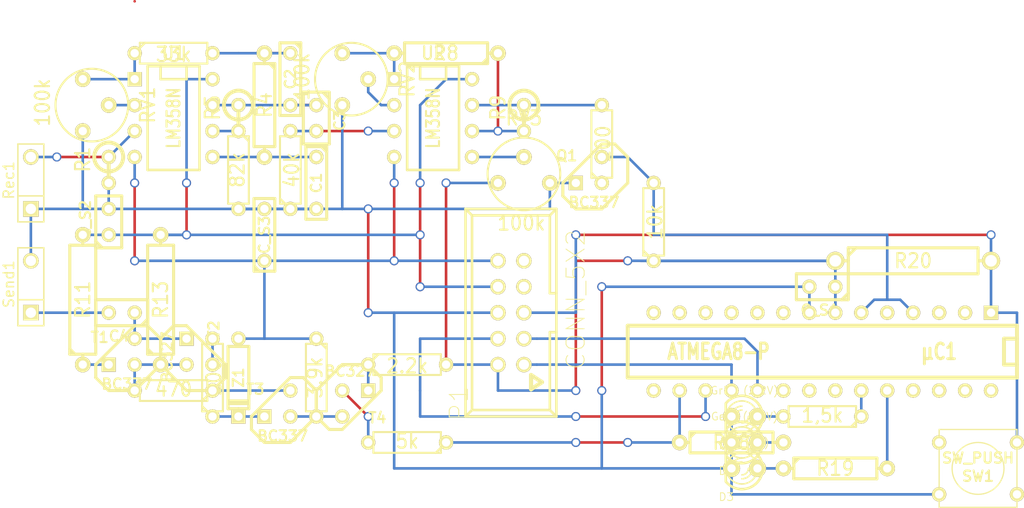
<source format=kicad_pcb>
(kicad_pcb (version 3) (host pcbnew "(2013-may-18)-stable")

  (general
    (links 91)
    (no_connects 6)
    (area 14.7828 124.333 115.2525 174.307501)
    (thickness 1.6)
    (drawings 0)
    (tracks 181)
    (zones 0)
    (modules 47)
    (nets 41)
  )

  (page A3)
  (layers
    (15 F.Cu signal)
    (0 B.Cu signal)
    (16 B.Adhes user)
    (17 F.Adhes user)
    (18 B.Paste user)
    (19 F.Paste user)
    (20 B.SilkS user)
    (21 F.SilkS user)
    (22 B.Mask user)
    (23 F.Mask user)
    (24 Dwgs.User user)
    (25 Cmts.User user)
    (26 Eco1.User user)
    (27 Eco2.User user)
    (28 Edge.Cuts user)
  )

  (setup
    (last_trace_width 0.254)
    (trace_clearance 0.254)
    (zone_clearance 0.508)
    (zone_45_only no)
    (trace_min 0.254)
    (segment_width 0.2)
    (edge_width 0.15)
    (via_size 0.889)
    (via_drill 0.635)
    (via_min_size 0.889)
    (via_min_drill 0.508)
    (uvia_size 0.508)
    (uvia_drill 0.127)
    (uvias_allowed no)
    (uvia_min_size 0.508)
    (uvia_min_drill 0.127)
    (pcb_text_width 0.3)
    (pcb_text_size 1 1)
    (mod_edge_width 0.15)
    (mod_text_size 1 1)
    (mod_text_width 0.15)
    (pad_size 1.524 1.524)
    (pad_drill 1.016)
    (pad_to_mask_clearance 0)
    (aux_axis_origin 0 0)
    (visible_elements FFFFFFBF)
    (pcbplotparams
      (layerselection 3178497)
      (usegerberextensions true)
      (excludeedgelayer true)
      (linewidth 0.150000)
      (plotframeref false)
      (viasonmask false)
      (mode 1)
      (useauxorigin false)
      (hpglpennumber 1)
      (hpglpenspeed 20)
      (hpglpendiameter 15)
      (hpglpenoverlay 2)
      (psnegative false)
      (psa4output false)
      (plotreference true)
      (plotvalue true)
      (plotothertext true)
      (plotinvisibletext false)
      (padsonsilk false)
      (subtractmaskfromsilk false)
      (outputformat 1)
      (mirror false)
      (drillshape 1)
      (scaleselection 1)
      (outputdirectory ""))
  )

  (net 0 "")
  (net 1 +12V)
  (net 2 +5V)
  (net 3 -12V)
  (net 4 /Mikrocontroller/Empfänger/Signal)
  (net 5 "/Mikrocontroller/Sender/40kHz PWM")
  (net 6 GND)
  (net 7 MISO)
  (net 8 MOSI)
  (net 9 N-0000016)
  (net 10 N-0000017)
  (net 11 N-0000022)
  (net 12 N-0000024)
  (net 13 N-0000032)
  (net 14 N-0000033)
  (net 15 N-0000034)
  (net 16 N-0000035)
  (net 17 N-0000036)
  (net 18 N-0000037)
  (net 19 N-0000038)
  (net 20 N-0000039)
  (net 21 N-0000040)
  (net 22 N-0000041)
  (net 23 N-0000042)
  (net 24 N-0000043)
  (net 25 N-0000044)
  (net 26 N-0000046)
  (net 27 N-0000047)
  (net 28 N-0000048)
  (net 29 N-0000049)
  (net 30 N-0000050)
  (net 31 N-0000051)
  (net 32 N-0000052)
  (net 33 N-0000053)
  (net 34 N-0000059)
  (net 35 N-0000060)
  (net 36 N-0000061)
  (net 37 Reset)
  (net 38 SCK)
  (net 39 SCL)
  (net 40 SDA)

  (net_class Default "This is the default net class."
    (clearance 0.254)
    (trace_width 0.254)
    (via_dia 0.889)
    (via_drill 0.635)
    (uvia_dia 0.508)
    (uvia_drill 0.127)
    (add_net "")
    (add_net +12V)
    (add_net +5V)
    (add_net -12V)
    (add_net /Mikrocontroller/Empfänger/Signal)
    (add_net "/Mikrocontroller/Sender/40kHz PWM")
    (add_net GND)
    (add_net MISO)
    (add_net MOSI)
    (add_net N-0000016)
    (add_net N-0000017)
    (add_net N-0000022)
    (add_net N-0000024)
    (add_net N-0000032)
    (add_net N-0000033)
    (add_net N-0000034)
    (add_net N-0000035)
    (add_net N-0000036)
    (add_net N-0000037)
    (add_net N-0000038)
    (add_net N-0000039)
    (add_net N-0000040)
    (add_net N-0000041)
    (add_net N-0000042)
    (add_net N-0000043)
    (add_net N-0000044)
    (add_net N-0000046)
    (add_net N-0000047)
    (add_net N-0000048)
    (add_net N-0000049)
    (add_net N-0000050)
    (add_net N-0000051)
    (add_net N-0000052)
    (add_net N-0000053)
    (add_net N-0000059)
    (add_net N-0000060)
    (add_net N-0000061)
    (add_net Reset)
    (add_net SCK)
    (add_net SCL)
    (add_net SDA)
  )

  (module PIN_ARRAY_3X1 (layer F.Cu) (tedit 54B13EB4) (tstamp 54B06565)
    (at 17.78 152.4 90)
    (descr "Connecteur 3 pins")
    (tags "CONN DEV")
    (path /54AEB44F/54AEB4A6/54AF9401)
    (fp_text reference Send1 (at 0.254 -2.159 90) (layer F.SilkS)
      (effects (font (size 1.016 1.016) (thickness 0.1524)))
    )
    (fp_text value 2,55n (at 0 -2.159 90) (layer F.SilkS) hide
      (effects (font (size 1.016 1.016) (thickness 0.1524)))
    )
    (fp_line (start -3.81 1.27) (end -3.81 -1.27) (layer F.SilkS) (width 0.1524))
    (fp_line (start -3.81 -1.27) (end 3.81 -1.27) (layer F.SilkS) (width 0.1524))
    (fp_line (start 3.81 -1.27) (end 3.81 1.27) (layer F.SilkS) (width 0.1524))
    (fp_line (start 3.81 1.27) (end -3.81 1.27) (layer F.SilkS) (width 0.1524))
    (fp_line (start -1.27 -1.27) (end -1.27 1.27) (layer F.SilkS) (width 0.1524))
    (pad 1 thru_hole rect (at -2.54 0 90) (size 1.524 1.524) (drill 1.016)
      (layers *.Cu *.Mask F.SilkS)
      (net 16 N-0000035)
    )
    (pad 2 thru_hole circle (at 2.54 0 90) (size 1.524 1.524) (drill 1.016)
      (layers *.Cu *.Mask F.SilkS)
      (net 6 GND)
    )
    (model pin_array/pins_array_3x1.wrl
      (at (xyz 0 0 0))
      (scale (xyz 1 1 1))
      (rotate (xyz 0 0 0))
    )
  )

  (module PIN_ARRAY_3X1 (layer F.Cu) (tedit 54B13E99) (tstamp 54B06559)
    (at 17.78 142.24 90)
    (descr "Connecteur 3 pins")
    (tags "CONN DEV")
    (path /54AEB44F/54AEEF81/54AF15BE)
    (fp_text reference Rec1 (at 0.254 -2.159 90) (layer F.SilkS)
      (effects (font (size 1.016 1.016) (thickness 0.1524)))
    )
    (fp_text value 2.55nF (at 0 -2.159 90) (layer F.SilkS) hide
      (effects (font (size 1.016 1.016) (thickness 0.1524)))
    )
    (fp_line (start -3.81 1.27) (end -3.81 -1.27) (layer F.SilkS) (width 0.1524))
    (fp_line (start -3.81 -1.27) (end 3.81 -1.27) (layer F.SilkS) (width 0.1524))
    (fp_line (start 3.81 -1.27) (end 3.81 1.27) (layer F.SilkS) (width 0.1524))
    (fp_line (start 3.81 1.27) (end -3.81 1.27) (layer F.SilkS) (width 0.1524))
    (fp_line (start -1.27 -1.27) (end -1.27 1.27) (layer F.SilkS) (width 0.1524))
    (pad 1 thru_hole rect (at -2.54 0 90) (size 1.524 1.524) (drill 1.016)
      (layers *.Cu *.Mask F.SilkS)
      (net 6 GND)
    )
    (pad 2 thru_hole circle (at 2.54 0 90) (size 1.524 1.524) (drill 1.016)
      (layers *.Cu *.Mask F.SilkS)
      (net 33 N-0000053)
    )
    (model pin_array/pins_array_3x1.wrl
      (at (xyz 0 0 0))
      (scale (xyz 1 1 1))
      (rotate (xyz 0 0 0))
    )
  )

  (module TO92-EBC (layer F.Cu) (tedit 4718C1A9) (tstamp 54B063E0)
    (at 72.39 140.97 180)
    (descr "Transistor TO92 brochage type BC237")
    (tags "TR TO92")
    (path /54AEB44F/54AEEF81/54AEF29B)
    (fp_text reference Q1 (at 2.159 1.397 180) (layer F.SilkS)
      (effects (font (size 1.016 1.016) (thickness 0.2032)))
    )
    (fp_text value BC337 (at -0.508 -3.175 180) (layer F.SilkS)
      (effects (font (size 1.016 1.016) (thickness 0.2032)))
    )
    (fp_line (start -1.27 2.54) (end 2.54 -1.27) (layer F.SilkS) (width 0.3048))
    (fp_line (start 2.54 -1.27) (end 2.54 -2.54) (layer F.SilkS) (width 0.3048))
    (fp_line (start 2.54 -2.54) (end 1.27 -3.81) (layer F.SilkS) (width 0.3048))
    (fp_line (start 1.27 -3.81) (end -1.27 -3.81) (layer F.SilkS) (width 0.3048))
    (fp_line (start -1.27 -3.81) (end -3.81 -1.27) (layer F.SilkS) (width 0.3048))
    (fp_line (start -3.81 -1.27) (end -3.81 1.27) (layer F.SilkS) (width 0.3048))
    (fp_line (start -3.81 1.27) (end -2.54 2.54) (layer F.SilkS) (width 0.3048))
    (fp_line (start -2.54 2.54) (end -1.27 2.54) (layer F.SilkS) (width 0.3048))
    (pad E thru_hole rect (at 1.27 -1.27 180) (size 1.397 1.397) (drill 0.8128)
      (layers *.Cu *.Mask F.SilkS)
      (net 6 GND)
    )
    (pad B thru_hole circle (at -1.27 -1.27 180) (size 1.397 1.397) (drill 0.8128)
      (layers *.Cu *.Mask F.SilkS)
      (net 34 N-0000059)
    )
    (pad C thru_hole circle (at -1.27 1.27 180) (size 1.397 1.397) (drill 0.8128)
      (layers *.Cu *.Mask F.SilkS)
      (net 4 /Mikrocontroller/Empfänger/Signal)
    )
    (model discret/to98.wrl
      (at (xyz 0 0 0))
      (scale (xyz 1 1 1))
      (rotate (xyz 0 0 0))
    )
  )

  (module TO92-EBC (layer F.Cu) (tedit 4718C1A9) (tstamp 54B063EF)
    (at 34.29 158.75 90)
    (descr "Transistor TO92 brochage type BC237")
    (tags "TR TO92")
    (path /54AEB44F/54AEB4A6/54AFB467)
    (fp_text reference T2 (at 2.159 1.397 90) (layer F.SilkS)
      (effects (font (size 1.016 1.016) (thickness 0.2032)))
    )
    (fp_text value BC327 (at -0.508 -3.175 90) (layer F.SilkS)
      (effects (font (size 1.016 1.016) (thickness 0.2032)))
    )
    (fp_line (start -1.27 2.54) (end 2.54 -1.27) (layer F.SilkS) (width 0.3048))
    (fp_line (start 2.54 -1.27) (end 2.54 -2.54) (layer F.SilkS) (width 0.3048))
    (fp_line (start 2.54 -2.54) (end 1.27 -3.81) (layer F.SilkS) (width 0.3048))
    (fp_line (start 1.27 -3.81) (end -1.27 -3.81) (layer F.SilkS) (width 0.3048))
    (fp_line (start -1.27 -3.81) (end -3.81 -1.27) (layer F.SilkS) (width 0.3048))
    (fp_line (start -3.81 -1.27) (end -3.81 1.27) (layer F.SilkS) (width 0.3048))
    (fp_line (start -3.81 1.27) (end -2.54 2.54) (layer F.SilkS) (width 0.3048))
    (fp_line (start -2.54 2.54) (end -1.27 2.54) (layer F.SilkS) (width 0.3048))
    (pad E thru_hole rect (at 1.27 -1.27 90) (size 1.397 1.397) (drill 0.8128)
      (layers *.Cu *.Mask F.SilkS)
      (net 14 N-0000033)
    )
    (pad B thru_hole circle (at -1.27 -1.27 90) (size 1.397 1.397) (drill 0.8128)
      (layers *.Cu *.Mask F.SilkS)
      (net 20 N-0000039)
    )
    (pad C thru_hole circle (at -1.27 1.27 90) (size 1.397 1.397) (drill 0.8128)
      (layers *.Cu *.Mask F.SilkS)
      (net 19 N-0000038)
    )
    (model discret/to98.wrl
      (at (xyz 0 0 0))
      (scale (xyz 1 1 1))
      (rotate (xyz 0 0 0))
    )
  )

  (module TO92-EBC (layer F.Cu) (tedit 4718C1A9) (tstamp 54B063FE)
    (at 26.67 158.75 180)
    (descr "Transistor TO92 brochage type BC237")
    (tags "TR TO92")
    (path /54AEB44F/54AEB4A6/54AFB412)
    (fp_text reference T1 (at 2.159 1.397 180) (layer F.SilkS)
      (effects (font (size 1.016 1.016) (thickness 0.2032)))
    )
    (fp_text value BC337 (at -0.508 -3.175 180) (layer F.SilkS)
      (effects (font (size 1.016 1.016) (thickness 0.2032)))
    )
    (fp_line (start -1.27 2.54) (end 2.54 -1.27) (layer F.SilkS) (width 0.3048))
    (fp_line (start 2.54 -1.27) (end 2.54 -2.54) (layer F.SilkS) (width 0.3048))
    (fp_line (start 2.54 -2.54) (end 1.27 -3.81) (layer F.SilkS) (width 0.3048))
    (fp_line (start 1.27 -3.81) (end -1.27 -3.81) (layer F.SilkS) (width 0.3048))
    (fp_line (start -1.27 -3.81) (end -3.81 -1.27) (layer F.SilkS) (width 0.3048))
    (fp_line (start -3.81 -1.27) (end -3.81 1.27) (layer F.SilkS) (width 0.3048))
    (fp_line (start -3.81 1.27) (end -2.54 2.54) (layer F.SilkS) (width 0.3048))
    (fp_line (start -2.54 2.54) (end -1.27 2.54) (layer F.SilkS) (width 0.3048))
    (pad E thru_hole rect (at 1.27 -1.27 180) (size 1.397 1.397) (drill 0.8128)
      (layers *.Cu *.Mask F.SilkS)
      (net 17 N-0000036)
    )
    (pad B thru_hole circle (at -1.27 -1.27 180) (size 1.397 1.397) (drill 0.8128)
      (layers *.Cu *.Mask F.SilkS)
      (net 20 N-0000039)
    )
    (pad C thru_hole circle (at -1.27 1.27 180) (size 1.397 1.397) (drill 0.8128)
      (layers *.Cu *.Mask F.SilkS)
      (net 14 N-0000033)
    )
    (model discret/to98.wrl
      (at (xyz 0 0 0))
      (scale (xyz 1 1 1))
      (rotate (xyz 0 0 0))
    )
  )

  (module SW_PUSH_SMALL (layer F.Cu) (tedit 46544DB3) (tstamp 550D40FF)
    (at 110.49 170.18 180)
    (path /54AEB44F/54AEB6AB)
    (fp_text reference SW1 (at 0 -0.762 180) (layer F.SilkS)
      (effects (font (size 1.016 1.016) (thickness 0.2032)))
    )
    (fp_text value SW_PUSH (at 0 1.016 180) (layer F.SilkS)
      (effects (font (size 1.016 1.016) (thickness 0.2032)))
    )
    (fp_circle (center 0 0) (end 0 -2.54) (layer F.SilkS) (width 0.127))
    (fp_line (start -3.81 -3.81) (end 3.81 -3.81) (layer F.SilkS) (width 0.127))
    (fp_line (start 3.81 -3.81) (end 3.81 3.81) (layer F.SilkS) (width 0.127))
    (fp_line (start 3.81 3.81) (end -3.81 3.81) (layer F.SilkS) (width 0.127))
    (fp_line (start -3.81 -3.81) (end -3.81 3.81) (layer F.SilkS) (width 0.127))
    (pad 1 thru_hole circle (at 3.81 -2.54 180) (size 1.397 1.397) (drill 0.8128)
      (layers *.Cu *.Mask F.SilkS)
      (net 6 GND)
    )
    (pad 2 thru_hole circle (at 3.81 2.54 180) (size 1.397 1.397) (drill 0.8128)
      (layers *.Cu *.Mask F.SilkS)
      (net 37 Reset)
    )
    (pad 1 thru_hole circle (at -3.81 -2.54 180) (size 1.397 1.397) (drill 0.8128)
      (layers *.Cu *.Mask F.SilkS)
      (net 6 GND)
    )
    (pad 2 thru_hole circle (at -3.81 2.54 180) (size 1.397 1.397) (drill 0.8128)
      (layers *.Cu *.Mask F.SilkS)
      (net 37 Reset)
    )
  )

  (module R3 (layer F.Cu) (tedit 4E4C0E65) (tstamp 54B06431)
    (at 31.75 129.54)
    (descr "Resitance 3 pas")
    (tags R)
    (path /54AEB44F/54AEEF81/54AF0D1F)
    (autoplace_cost180 10)
    (fp_text reference R3 (at 0 0.127) (layer F.SilkS) hide
      (effects (font (size 1.397 1.27) (thickness 0.2032)))
    )
    (fp_text value 33k (at 0 0.127) (layer F.SilkS)
      (effects (font (size 1.397 1.27) (thickness 0.2032)))
    )
    (fp_line (start -3.81 0) (end -3.302 0) (layer F.SilkS) (width 0.2032))
    (fp_line (start 3.81 0) (end 3.302 0) (layer F.SilkS) (width 0.2032))
    (fp_line (start 3.302 0) (end 3.302 -1.016) (layer F.SilkS) (width 0.2032))
    (fp_line (start 3.302 -1.016) (end -3.302 -1.016) (layer F.SilkS) (width 0.2032))
    (fp_line (start -3.302 -1.016) (end -3.302 1.016) (layer F.SilkS) (width 0.2032))
    (fp_line (start -3.302 1.016) (end 3.302 1.016) (layer F.SilkS) (width 0.2032))
    (fp_line (start 3.302 1.016) (end 3.302 0) (layer F.SilkS) (width 0.2032))
    (fp_line (start -3.302 -0.508) (end -2.794 -1.016) (layer F.SilkS) (width 0.2032))
    (pad 1 thru_hole circle (at -3.81 0) (size 1.397 1.397) (drill 0.8128)
      (layers *.Cu *.Mask F.SilkS)
      (net 35 N-0000060)
    )
    (pad 2 thru_hole circle (at 3.81 0) (size 1.397 1.397) (drill 0.8128)
      (layers *.Cu *.Mask F.SilkS)
      (net 31 N-0000051)
    )
    (model discret/resistor.wrl
      (at (xyz 0 0 0))
      (scale (xyz 0.3 0.3 0.3))
      (rotate (xyz 0 0 0))
    )
  )

  (module LED-3MM (layer F.Cu) (tedit 50ADE848) (tstamp 54B0657E)
    (at 87.63 165.1 180)
    (descr "LED 3mm - Lead pitch 100mil (2,54mm)")
    (tags "LED led 3mm 3MM 100mil 2,54mm")
    (path /54AEB44F/54AED7EA)
    (fp_text reference D1 (at 1.778 -2.794 180) (layer F.SilkS)
      (effects (font (size 0.762 0.762) (thickness 0.0889)))
    )
    (fp_text value "Grün (2,2V)" (at 0 2.54 180) (layer F.SilkS)
      (effects (font (size 0.762 0.762) (thickness 0.0889)))
    )
    (fp_line (start 1.8288 1.27) (end 1.8288 -1.27) (layer F.SilkS) (width 0.254))
    (fp_arc (start 0.254 0) (end -1.27 0) (angle 39.8) (layer F.SilkS) (width 0.1524))
    (fp_arc (start 0.254 0) (end -0.88392 1.01092) (angle 41.6) (layer F.SilkS) (width 0.1524))
    (fp_arc (start 0.254 0) (end 1.4097 -0.9906) (angle 40.6) (layer F.SilkS) (width 0.1524))
    (fp_arc (start 0.254 0) (end 1.778 0) (angle 39.8) (layer F.SilkS) (width 0.1524))
    (fp_arc (start 0.254 0) (end 0.254 -1.524) (angle 54.4) (layer F.SilkS) (width 0.1524))
    (fp_arc (start 0.254 0) (end -0.9652 -0.9144) (angle 53.1) (layer F.SilkS) (width 0.1524))
    (fp_arc (start 0.254 0) (end 1.45542 0.93472) (angle 52.1) (layer F.SilkS) (width 0.1524))
    (fp_arc (start 0.254 0) (end 0.254 1.524) (angle 52.1) (layer F.SilkS) (width 0.1524))
    (fp_arc (start 0.254 0) (end -0.381 0) (angle 90) (layer F.SilkS) (width 0.1524))
    (fp_arc (start 0.254 0) (end -0.762 0) (angle 90) (layer F.SilkS) (width 0.1524))
    (fp_arc (start 0.254 0) (end 0.889 0) (angle 90) (layer F.SilkS) (width 0.1524))
    (fp_arc (start 0.254 0) (end 1.27 0) (angle 90) (layer F.SilkS) (width 0.1524))
    (fp_arc (start 0.254 0) (end 0.254 -2.032) (angle 50.1) (layer F.SilkS) (width 0.254))
    (fp_arc (start 0.254 0) (end -1.5367 -0.95504) (angle 61.9) (layer F.SilkS) (width 0.254))
    (fp_arc (start 0.254 0) (end 1.8034 1.31064) (angle 49.7) (layer F.SilkS) (width 0.254))
    (fp_arc (start 0.254 0) (end 0.254 2.032) (angle 60.2) (layer F.SilkS) (width 0.254))
    (fp_arc (start 0.254 0) (end -1.778 0) (angle 28.3) (layer F.SilkS) (width 0.254))
    (fp_arc (start 0.254 0) (end -1.47574 1.06426) (angle 31.6) (layer F.SilkS) (width 0.254))
    (pad 1 thru_hole circle (at -1.27 0 180) (size 1.6764 1.6764) (drill 0.8128)
      (layers *.Cu *.Mask F.SilkS)
      (net 9 N-0000016)
    )
    (pad 2 thru_hole circle (at 1.27 0 180) (size 1.6764 1.6764) (drill 0.8128)
      (layers *.Cu *.Mask F.SilkS)
      (net 6 GND)
    )
    (model discret/leds/led3_vertical_verde.wrl
      (at (xyz 0 0 0))
      (scale (xyz 1 1 1))
      (rotate (xyz 0 0 0))
    )
  )

  (module LED-3MM (layer F.Cu) (tedit 50ADE848) (tstamp 54B06597)
    (at 87.63 170.18 180)
    (descr "LED 3mm - Lead pitch 100mil (2,54mm)")
    (tags "LED led 3mm 3MM 100mil 2,54mm")
    (path /54AEB44F/54AED7F9)
    (fp_text reference D3 (at 1.778 -2.794 180) (layer F.SilkS)
      (effects (font (size 0.762 0.762) (thickness 0.0889)))
    )
    (fp_text value "Rot (2V)" (at 0 2.54 180) (layer F.SilkS)
      (effects (font (size 0.762 0.762) (thickness 0.0889)))
    )
    (fp_line (start 1.8288 1.27) (end 1.8288 -1.27) (layer F.SilkS) (width 0.254))
    (fp_arc (start 0.254 0) (end -1.27 0) (angle 39.8) (layer F.SilkS) (width 0.1524))
    (fp_arc (start 0.254 0) (end -0.88392 1.01092) (angle 41.6) (layer F.SilkS) (width 0.1524))
    (fp_arc (start 0.254 0) (end 1.4097 -0.9906) (angle 40.6) (layer F.SilkS) (width 0.1524))
    (fp_arc (start 0.254 0) (end 1.778 0) (angle 39.8) (layer F.SilkS) (width 0.1524))
    (fp_arc (start 0.254 0) (end 0.254 -1.524) (angle 54.4) (layer F.SilkS) (width 0.1524))
    (fp_arc (start 0.254 0) (end -0.9652 -0.9144) (angle 53.1) (layer F.SilkS) (width 0.1524))
    (fp_arc (start 0.254 0) (end 1.45542 0.93472) (angle 52.1) (layer F.SilkS) (width 0.1524))
    (fp_arc (start 0.254 0) (end 0.254 1.524) (angle 52.1) (layer F.SilkS) (width 0.1524))
    (fp_arc (start 0.254 0) (end -0.381 0) (angle 90) (layer F.SilkS) (width 0.1524))
    (fp_arc (start 0.254 0) (end -0.762 0) (angle 90) (layer F.SilkS) (width 0.1524))
    (fp_arc (start 0.254 0) (end 0.889 0) (angle 90) (layer F.SilkS) (width 0.1524))
    (fp_arc (start 0.254 0) (end 1.27 0) (angle 90) (layer F.SilkS) (width 0.1524))
    (fp_arc (start 0.254 0) (end 0.254 -2.032) (angle 50.1) (layer F.SilkS) (width 0.254))
    (fp_arc (start 0.254 0) (end -1.5367 -0.95504) (angle 61.9) (layer F.SilkS) (width 0.254))
    (fp_arc (start 0.254 0) (end 1.8034 1.31064) (angle 49.7) (layer F.SilkS) (width 0.254))
    (fp_arc (start 0.254 0) (end 0.254 2.032) (angle 60.2) (layer F.SilkS) (width 0.254))
    (fp_arc (start 0.254 0) (end -1.778 0) (angle 28.3) (layer F.SilkS) (width 0.254))
    (fp_arc (start 0.254 0) (end -1.47574 1.06426) (angle 31.6) (layer F.SilkS) (width 0.254))
    (pad 1 thru_hole circle (at -1.27 0 180) (size 1.6764 1.6764) (drill 0.8128)
      (layers *.Cu *.Mask F.SilkS)
      (net 10 N-0000017)
    )
    (pad 2 thru_hole circle (at 1.27 0 180) (size 1.6764 1.6764) (drill 0.8128)
      (layers *.Cu *.Mask F.SilkS)
      (net 6 GND)
    )
    (model discret/leds/led3_vertical_verde.wrl
      (at (xyz 0 0 0))
      (scale (xyz 1 1 1))
      (rotate (xyz 0 0 0))
    )
  )

  (module LED-3MM (layer F.Cu) (tedit 50ADE848) (tstamp 54B065B0)
    (at 87.63 167.64 180)
    (descr "LED 3mm - Lead pitch 100mil (2,54mm)")
    (tags "LED led 3mm 3MM 100mil 2,54mm")
    (path /54AEB44F/54AED7AA)
    (fp_text reference D2 (at 1.778 -2.794 180) (layer F.SilkS)
      (effects (font (size 0.762 0.762) (thickness 0.0889)))
    )
    (fp_text value "Gelb (2,1V)" (at 0 2.54 180) (layer F.SilkS)
      (effects (font (size 0.762 0.762) (thickness 0.0889)))
    )
    (fp_line (start 1.8288 1.27) (end 1.8288 -1.27) (layer F.SilkS) (width 0.254))
    (fp_arc (start 0.254 0) (end -1.27 0) (angle 39.8) (layer F.SilkS) (width 0.1524))
    (fp_arc (start 0.254 0) (end -0.88392 1.01092) (angle 41.6) (layer F.SilkS) (width 0.1524))
    (fp_arc (start 0.254 0) (end 1.4097 -0.9906) (angle 40.6) (layer F.SilkS) (width 0.1524))
    (fp_arc (start 0.254 0) (end 1.778 0) (angle 39.8) (layer F.SilkS) (width 0.1524))
    (fp_arc (start 0.254 0) (end 0.254 -1.524) (angle 54.4) (layer F.SilkS) (width 0.1524))
    (fp_arc (start 0.254 0) (end -0.9652 -0.9144) (angle 53.1) (layer F.SilkS) (width 0.1524))
    (fp_arc (start 0.254 0) (end 1.45542 0.93472) (angle 52.1) (layer F.SilkS) (width 0.1524))
    (fp_arc (start 0.254 0) (end 0.254 1.524) (angle 52.1) (layer F.SilkS) (width 0.1524))
    (fp_arc (start 0.254 0) (end -0.381 0) (angle 90) (layer F.SilkS) (width 0.1524))
    (fp_arc (start 0.254 0) (end -0.762 0) (angle 90) (layer F.SilkS) (width 0.1524))
    (fp_arc (start 0.254 0) (end 0.889 0) (angle 90) (layer F.SilkS) (width 0.1524))
    (fp_arc (start 0.254 0) (end 1.27 0) (angle 90) (layer F.SilkS) (width 0.1524))
    (fp_arc (start 0.254 0) (end 0.254 -2.032) (angle 50.1) (layer F.SilkS) (width 0.254))
    (fp_arc (start 0.254 0) (end -1.5367 -0.95504) (angle 61.9) (layer F.SilkS) (width 0.254))
    (fp_arc (start 0.254 0) (end 1.8034 1.31064) (angle 49.7) (layer F.SilkS) (width 0.254))
    (fp_arc (start 0.254 0) (end 0.254 2.032) (angle 60.2) (layer F.SilkS) (width 0.254))
    (fp_arc (start 0.254 0) (end -1.778 0) (angle 28.3) (layer F.SilkS) (width 0.254))
    (fp_arc (start 0.254 0) (end -1.47574 1.06426) (angle 31.6) (layer F.SilkS) (width 0.254))
    (pad 1 thru_hole circle (at -1.27 0 180) (size 1.6764 1.6764) (drill 0.8128)
      (layers *.Cu *.Mask F.SilkS)
      (net 13 N-0000032)
    )
    (pad 2 thru_hole circle (at 1.27 0 180) (size 1.6764 1.6764) (drill 0.8128)
      (layers *.Cu *.Mask F.SilkS)
      (net 6 GND)
    )
    (model discret/leds/led3_vertical_verde.wrl
      (at (xyz 0 0 0))
      (scale (xyz 1 1 1))
      (rotate (xyz 0 0 0))
    )
  )

  (module DIP-8__300 (layer F.Cu) (tedit 43A7F843) (tstamp 54B065C3)
    (at 57.15 135.89 270)
    (descr "8 pins DIL package, round pads")
    (tags DIL)
    (path /54AEB44F/54AEEF81/54AEEFCC)
    (fp_text reference U2 (at -6.35 0 360) (layer F.SilkS)
      (effects (font (size 1.27 1.143) (thickness 0.2032)))
    )
    (fp_text value LM358N (at 0 0 270) (layer F.SilkS)
      (effects (font (size 1.27 1.016) (thickness 0.2032)))
    )
    (fp_line (start -5.08 -1.27) (end -3.81 -1.27) (layer F.SilkS) (width 0.254))
    (fp_line (start -3.81 -1.27) (end -3.81 1.27) (layer F.SilkS) (width 0.254))
    (fp_line (start -3.81 1.27) (end -5.08 1.27) (layer F.SilkS) (width 0.254))
    (fp_line (start -5.08 -2.54) (end 5.08 -2.54) (layer F.SilkS) (width 0.254))
    (fp_line (start 5.08 -2.54) (end 5.08 2.54) (layer F.SilkS) (width 0.254))
    (fp_line (start 5.08 2.54) (end -5.08 2.54) (layer F.SilkS) (width 0.254))
    (fp_line (start -5.08 2.54) (end -5.08 -2.54) (layer F.SilkS) (width 0.254))
    (pad 1 thru_hole rect (at -3.81 3.81 270) (size 1.397 1.397) (drill 0.8128)
      (layers *.Cu *.Mask F.SilkS)
    )
    (pad 2 thru_hole circle (at -1.27 3.81 270) (size 1.397 1.397) (drill 0.8128)
      (layers *.Cu *.Mask F.SilkS)
    )
    (pad 3 thru_hole circle (at 1.27 3.81 270) (size 1.397 1.397) (drill 0.8128)
      (layers *.Cu *.Mask F.SilkS)
    )
    (pad 4 thru_hole circle (at 3.81 3.81 270) (size 1.397 1.397) (drill 0.8128)
      (layers *.Cu *.Mask F.SilkS)
      (net 3 -12V)
    )
    (pad 5 thru_hole circle (at 3.81 -3.81 270) (size 1.397 1.397) (drill 0.8128)
      (layers *.Cu *.Mask F.SilkS)
      (net 28 N-0000048)
    )
    (pad 6 thru_hole circle (at 1.27 -3.81 270) (size 1.397 1.397) (drill 0.8128)
      (layers *.Cu *.Mask F.SilkS)
      (net 29 N-0000049)
    )
    (pad 7 thru_hole circle (at -1.27 -3.81 270) (size 1.397 1.397) (drill 0.8128)
      (layers *.Cu *.Mask F.SilkS)
      (net 27 N-0000047)
    )
    (pad 8 thru_hole circle (at -3.81 -3.81 270) (size 1.397 1.397) (drill 0.8128)
      (layers *.Cu *.Mask F.SilkS)
      (net 1 +12V)
    )
    (model dil/dil_8.wrl
      (at (xyz 0 0 0))
      (scale (xyz 1 1 1))
      (rotate (xyz 0 0 0))
    )
  )

  (module DIP-8__300 (layer F.Cu) (tedit 43A7F843) (tstamp 54B065D6)
    (at 31.75 135.89 270)
    (descr "8 pins DIL package, round pads")
    (tags DIL)
    (path /54AEB44F/54AEEF81/54AEEFBD)
    (fp_text reference U1 (at -6.35 0 360) (layer F.SilkS)
      (effects (font (size 1.27 1.143) (thickness 0.2032)))
    )
    (fp_text value LM358N (at 0 0 270) (layer F.SilkS)
      (effects (font (size 1.27 1.016) (thickness 0.2032)))
    )
    (fp_line (start -5.08 -1.27) (end -3.81 -1.27) (layer F.SilkS) (width 0.254))
    (fp_line (start -3.81 -1.27) (end -3.81 1.27) (layer F.SilkS) (width 0.254))
    (fp_line (start -3.81 1.27) (end -5.08 1.27) (layer F.SilkS) (width 0.254))
    (fp_line (start -5.08 -2.54) (end 5.08 -2.54) (layer F.SilkS) (width 0.254))
    (fp_line (start 5.08 -2.54) (end 5.08 2.54) (layer F.SilkS) (width 0.254))
    (fp_line (start 5.08 2.54) (end -5.08 2.54) (layer F.SilkS) (width 0.254))
    (fp_line (start -5.08 2.54) (end -5.08 -2.54) (layer F.SilkS) (width 0.254))
    (pad 1 thru_hole rect (at -3.81 3.81 270) (size 1.397 1.397) (drill 0.8128)
      (layers *.Cu *.Mask F.SilkS)
      (net 35 N-0000060)
    )
    (pad 2 thru_hole circle (at -1.27 3.81 270) (size 1.397 1.397) (drill 0.8128)
      (layers *.Cu *.Mask F.SilkS)
      (net 36 N-0000061)
    )
    (pad 3 thru_hole circle (at 1.27 3.81 270) (size 1.397 1.397) (drill 0.8128)
      (layers *.Cu *.Mask F.SilkS)
      (net 33 N-0000053)
    )
    (pad 4 thru_hole circle (at 3.81 3.81 270) (size 1.397 1.397) (drill 0.8128)
      (layers *.Cu *.Mask F.SilkS)
      (net 3 -12V)
    )
    (pad 5 thru_hole circle (at 3.81 -3.81 270) (size 1.397 1.397) (drill 0.8128)
      (layers *.Cu *.Mask F.SilkS)
      (net 32 N-0000052)
    )
    (pad 6 thru_hole circle (at 1.27 -3.81 270) (size 1.397 1.397) (drill 0.8128)
      (layers *.Cu *.Mask F.SilkS)
      (net 30 N-0000050)
    )
    (pad 7 thru_hole circle (at -1.27 -3.81 270) (size 1.397 1.397) (drill 0.8128)
      (layers *.Cu *.Mask F.SilkS)
      (net 26 N-0000046)
    )
    (pad 8 thru_hole circle (at -3.81 -3.81 270) (size 1.397 1.397) (drill 0.8128)
      (layers *.Cu *.Mask F.SilkS)
      (net 1 +12V)
    )
    (model dil/dil_8.wrl
      (at (xyz 0 0 0))
      (scale (xyz 1 1 1))
      (rotate (xyz 0 0 0))
    )
  )

  (module DIP-28__300 (layer F.Cu) (tedit 200000) (tstamp 550A06FD)
    (at 95.25 158.75 180)
    (descr "28 pins DIL package, round pads, width 300mil")
    (tags DIL)
    (path /54AEB44F/54AEB6A8)
    (fp_text reference µC1 (at -11.43 0 180) (layer F.SilkS)
      (effects (font (size 1.524 1.143) (thickness 0.3048)))
    )
    (fp_text value ATMEGA8-P (at 10.16 0 180) (layer F.SilkS)
      (effects (font (size 1.524 1.143) (thickness 0.3048)))
    )
    (fp_line (start -19.05 -2.54) (end 19.05 -2.54) (layer F.SilkS) (width 0.381))
    (fp_line (start 19.05 -2.54) (end 19.05 2.54) (layer F.SilkS) (width 0.381))
    (fp_line (start 19.05 2.54) (end -19.05 2.54) (layer F.SilkS) (width 0.381))
    (fp_line (start -19.05 2.54) (end -19.05 -2.54) (layer F.SilkS) (width 0.381))
    (fp_line (start -19.05 -1.27) (end -17.78 -1.27) (layer F.SilkS) (width 0.381))
    (fp_line (start -17.78 -1.27) (end -17.78 1.27) (layer F.SilkS) (width 0.381))
    (fp_line (start -17.78 1.27) (end -19.05 1.27) (layer F.SilkS) (width 0.381))
    (pad 2 thru_hole circle (at -13.97 3.81 180) (size 1.397 1.397) (drill 0.8128)
      (layers *.Cu *.Mask F.SilkS)
    )
    (pad 3 thru_hole circle (at -11.43 3.81 180) (size 1.397 1.397) (drill 0.8128)
      (layers *.Cu *.Mask F.SilkS)
    )
    (pad 4 thru_hole circle (at -8.89 3.81 180) (size 1.397 1.397) (drill 0.8128)
      (layers *.Cu *.Mask F.SilkS)
      (net 4 /Mikrocontroller/Empfänger/Signal)
    )
    (pad 5 thru_hole circle (at -6.35 3.81 180) (size 1.397 1.397) (drill 0.8128)
      (layers *.Cu *.Mask F.SilkS)
    )
    (pad 6 thru_hole circle (at -3.81 3.81 180) (size 1.397 1.397) (drill 0.8128)
      (layers *.Cu *.Mask F.SilkS)
      (net 4 /Mikrocontroller/Empfänger/Signal)
    )
    (pad 7 thru_hole circle (at -1.27 3.81 180) (size 1.397 1.397) (drill 0.8128)
      (layers *.Cu *.Mask F.SilkS)
      (net 2 +5V)
    )
    (pad 8 thru_hole circle (at 1.27 3.81 180) (size 1.397 1.397) (drill 0.8128)
      (layers *.Cu *.Mask F.SilkS)
      (net 6 GND)
    )
    (pad 9 thru_hole circle (at 3.81 3.81 180) (size 1.397 1.397) (drill 0.8128)
      (layers *.Cu *.Mask F.SilkS)
    )
    (pad 10 thru_hole circle (at 6.35 3.81 180) (size 1.397 1.397) (drill 0.8128)
      (layers *.Cu *.Mask F.SilkS)
    )
    (pad 11 thru_hole circle (at 8.89 3.81 180) (size 1.397 1.397) (drill 0.8128)
      (layers *.Cu *.Mask F.SilkS)
    )
    (pad 12 thru_hole circle (at 11.43 3.81 180) (size 1.397 1.397) (drill 0.8128)
      (layers *.Cu *.Mask F.SilkS)
    )
    (pad 13 thru_hole circle (at 13.97 3.81 180) (size 1.397 1.397) (drill 0.8128)
      (layers *.Cu *.Mask F.SilkS)
    )
    (pad 14 thru_hole circle (at 16.51 3.81 180) (size 1.397 1.397) (drill 0.8128)
      (layers *.Cu *.Mask F.SilkS)
    )
    (pad 1 thru_hole rect (at -16.51 3.81 180) (size 1.397 1.397) (drill 0.8128)
      (layers *.Cu *.Mask F.SilkS)
      (net 37 Reset)
    )
    (pad 15 thru_hole circle (at 16.51 -3.81 180) (size 1.397 1.397) (drill 0.8128)
      (layers *.Cu *.Mask F.SilkS)
    )
    (pad 16 thru_hole circle (at 13.97 -3.81 180) (size 1.397 1.397) (drill 0.8128)
      (layers *.Cu *.Mask F.SilkS)
      (net 5 "/Mikrocontroller/Sender/40kHz PWM")
    )
    (pad 17 thru_hole circle (at 11.43 -3.81 180) (size 1.397 1.397) (drill 0.8128)
      (layers *.Cu *.Mask F.SilkS)
      (net 8 MOSI)
    )
    (pad 18 thru_hole circle (at 8.89 -3.81 180) (size 1.397 1.397) (drill 0.8128)
      (layers *.Cu *.Mask F.SilkS)
      (net 7 MISO)
    )
    (pad 19 thru_hole circle (at 6.35 -3.81 180) (size 1.397 1.397) (drill 0.8128)
      (layers *.Cu *.Mask F.SilkS)
      (net 38 SCK)
    )
    (pad 20 thru_hole circle (at 3.81 -3.81 180) (size 1.397 1.397) (drill 0.8128)
      (layers *.Cu *.Mask F.SilkS)
    )
    (pad 21 thru_hole circle (at 1.27 -3.81 180) (size 1.397 1.397) (drill 0.8128)
      (layers *.Cu *.Mask F.SilkS)
    )
    (pad 22 thru_hole circle (at -1.27 -3.81 180) (size 1.397 1.397) (drill 0.8128)
      (layers *.Cu *.Mask F.SilkS)
    )
    (pad 23 thru_hole circle (at -3.81 -3.81 180) (size 1.397 1.397) (drill 0.8128)
      (layers *.Cu *.Mask F.SilkS)
      (net 12 N-0000024)
    )
    (pad 24 thru_hole circle (at -6.35 -3.81 180) (size 1.397 1.397) (drill 0.8128)
      (layers *.Cu *.Mask F.SilkS)
      (net 11 N-0000022)
    )
    (pad 25 thru_hole circle (at -8.89 -3.81 180) (size 1.397 1.397) (drill 0.8128)
      (layers *.Cu *.Mask F.SilkS)
    )
    (pad 26 thru_hole circle (at -11.43 -3.81 180) (size 1.397 1.397) (drill 0.8128)
      (layers *.Cu *.Mask F.SilkS)
    )
    (pad 27 thru_hole circle (at -13.97 -3.81 180) (size 1.397 1.397) (drill 0.8128)
      (layers *.Cu *.Mask F.SilkS)
      (net 40 SDA)
    )
    (pad 28 thru_hole circle (at -16.51 -3.81 180) (size 1.397 1.397) (drill 0.8128)
      (layers *.Cu *.Mask F.SilkS)
      (net 39 SCL)
    )
    (model dil/dil_28-w300.wrl
      (at (xyz 0 0 0))
      (scale (xyz 1 1 1))
      (rotate (xyz 0 0 0))
    )
  )

  (module D3 (layer F.Cu) (tedit 200000) (tstamp 54B0661D)
    (at 38.1 161.29 270)
    (descr "Diode 3 pas")
    (tags "DIODE DEV")
    (path /54AEB44F/54AEB4A6/54AFB54F)
    (fp_text reference Z1 (at 0 0 270) (layer F.SilkS)
      (effects (font (size 1.016 1.016) (thickness 0.2032)))
    )
    (fp_text value 3.9V (at 0 0 270) (layer F.SilkS) hide
      (effects (font (size 1.016 1.016) (thickness 0.2032)))
    )
    (fp_line (start 3.81 0) (end 3.048 0) (layer F.SilkS) (width 0.3048))
    (fp_line (start 3.048 0) (end 3.048 -1.016) (layer F.SilkS) (width 0.3048))
    (fp_line (start 3.048 -1.016) (end -3.048 -1.016) (layer F.SilkS) (width 0.3048))
    (fp_line (start -3.048 -1.016) (end -3.048 0) (layer F.SilkS) (width 0.3048))
    (fp_line (start -3.048 0) (end -3.81 0) (layer F.SilkS) (width 0.3048))
    (fp_line (start -3.048 0) (end -3.048 1.016) (layer F.SilkS) (width 0.3048))
    (fp_line (start -3.048 1.016) (end 3.048 1.016) (layer F.SilkS) (width 0.3048))
    (fp_line (start 3.048 1.016) (end 3.048 0) (layer F.SilkS) (width 0.3048))
    (fp_line (start 2.54 -1.016) (end 2.54 1.016) (layer F.SilkS) (width 0.3048))
    (fp_line (start 2.286 1.016) (end 2.286 -1.016) (layer F.SilkS) (width 0.3048))
    (pad 2 thru_hole rect (at 3.81 0 270) (size 1.397 1.397) (drill 0.8128)
      (layers *.Cu *.Mask F.SilkS)
      (net 18 N-0000037)
    )
    (pad 1 thru_hole circle (at -3.81 0 270) (size 1.397 1.397) (drill 0.8128)
      (layers *.Cu *.Mask F.SilkS)
      (net 3 -12V)
    )
    (model discret/diode.wrl
      (at (xyz 0 0 0))
      (scale (xyz 0.3 0.3 0.3))
      (rotate (xyz 0 0 0))
    )
  )

  (module C1 (layer F.Cu) (tedit 3F92C496) (tstamp 54B0663E)
    (at 26.67 154.94 180)
    (descr "Condensateur e = 1 pas")
    (tags C)
    (path /54AEB44F/54AEB4A6/5501B033)
    (fp_text reference C4 (at 0.254 -2.286 180) (layer F.SilkS)
      (effects (font (size 1.016 1.016) (thickness 0.2032)))
    )
    (fp_text value 100n (at 0 -2.286 180) (layer F.SilkS) hide
      (effects (font (size 1.016 1.016) (thickness 0.2032)))
    )
    (fp_line (start -2.4892 -1.27) (end 2.54 -1.27) (layer F.SilkS) (width 0.3048))
    (fp_line (start 2.54 -1.27) (end 2.54 1.27) (layer F.SilkS) (width 0.3048))
    (fp_line (start 2.54 1.27) (end -2.54 1.27) (layer F.SilkS) (width 0.3048))
    (fp_line (start -2.54 1.27) (end -2.54 -1.27) (layer F.SilkS) (width 0.3048))
    (fp_line (start -2.54 -0.635) (end -1.905 -1.27) (layer F.SilkS) (width 0.3048))
    (pad 1 thru_hole circle (at -1.27 0 180) (size 1.397 1.397) (drill 0.8128)
      (layers *.Cu *.Mask F.SilkS)
      (net 14 N-0000033)
    )
    (pad 2 thru_hole circle (at 1.27 0 180) (size 1.397 1.397) (drill 0.8128)
      (layers *.Cu *.Mask F.SilkS)
      (net 16 N-0000035)
    )
    (model discret/capa_1_pas.wrl
      (at (xyz 0 0 0))
      (scale (xyz 1 1 1))
      (rotate (xyz 0 0 0))
    )
  )

  (module C1 (layer F.Cu) (tedit 3F92C496) (tstamp 550D40F1)
    (at 95.25 152.4 180)
    (descr "Condensateur e = 1 pas")
    (tags C)
    (path /54AEB44F/54AEB6AD)
    (fp_text reference C_S1 (at 0.254 -2.286 180) (layer F.SilkS)
      (effects (font (size 1.016 1.016) (thickness 0.2032)))
    )
    (fp_text value 100n (at 0 -2.286 180) (layer F.SilkS) hide
      (effects (font (size 1.016 1.016) (thickness 0.2032)))
    )
    (fp_line (start -2.4892 -1.27) (end 2.54 -1.27) (layer F.SilkS) (width 0.3048))
    (fp_line (start 2.54 -1.27) (end 2.54 1.27) (layer F.SilkS) (width 0.3048))
    (fp_line (start 2.54 1.27) (end -2.54 1.27) (layer F.SilkS) (width 0.3048))
    (fp_line (start -2.54 1.27) (end -2.54 -1.27) (layer F.SilkS) (width 0.3048))
    (fp_line (start -2.54 -0.635) (end -1.905 -1.27) (layer F.SilkS) (width 0.3048))
    (pad 1 thru_hole circle (at -1.27 0 180) (size 1.397 1.397) (drill 0.8128)
      (layers *.Cu *.Mask F.SilkS)
      (net 2 +5V)
    )
    (pad 2 thru_hole circle (at 1.27 0 180) (size 1.397 1.397) (drill 0.8128)
      (layers *.Cu *.Mask F.SilkS)
      (net 6 GND)
    )
    (model discret/capa_1_pas.wrl
      (at (xyz 0 0 0))
      (scale (xyz 1 1 1))
      (rotate (xyz 0 0 0))
    )
  )

  (module C1 (layer F.Cu) (tedit 3F92C496) (tstamp 54B06675)
    (at 45.72 135.89 270)
    (descr "Condensateur e = 1 pas")
    (tags C)
    (path /54AEB44F/54AEEF81/55018571)
    (fp_text reference C3 (at 0.254 -2.286 270) (layer F.SilkS)
      (effects (font (size 1.016 1.016) (thickness 0.2032)))
    )
    (fp_text value 100p (at 0 -2.286 270) (layer F.SilkS) hide
      (effects (font (size 1.016 1.016) (thickness 0.2032)))
    )
    (fp_line (start -2.4892 -1.27) (end 2.54 -1.27) (layer F.SilkS) (width 0.3048))
    (fp_line (start 2.54 -1.27) (end 2.54 1.27) (layer F.SilkS) (width 0.3048))
    (fp_line (start 2.54 1.27) (end -2.54 1.27) (layer F.SilkS) (width 0.3048))
    (fp_line (start -2.54 1.27) (end -2.54 -1.27) (layer F.SilkS) (width 0.3048))
    (fp_line (start -2.54 -0.635) (end -1.905 -1.27) (layer F.SilkS) (width 0.3048))
    (pad 1 thru_hole circle (at -1.27 0 270) (size 1.397 1.397) (drill 0.8128)
      (layers *.Cu *.Mask F.SilkS)
      (net 26 N-0000046)
    )
    (pad 2 thru_hole circle (at 1.27 0 270) (size 1.397 1.397) (drill 0.8128)
      (layers *.Cu *.Mask F.SilkS)
      (net 24 N-0000043)
    )
    (model discret/capa_1_pas.wrl
      (at (xyz 0 0 0))
      (scale (xyz 1 1 1))
      (rotate (xyz 0 0 0))
    )
  )

  (module C1 (layer F.Cu) (tedit 3F92C496) (tstamp 54B0668B)
    (at 25.4 146.05 90)
    (descr "Condensateur e = 1 pas")
    (tags C)
    (path /54AEB44F/54AEB4A6/54AFB851)
    (fp_text reference C_S2 (at 0.254 -2.286 90) (layer F.SilkS)
      (effects (font (size 1.016 1.016) (thickness 0.2032)))
    )
    (fp_text value 100n (at 0 -2.286 90) (layer F.SilkS) hide
      (effects (font (size 1.016 1.016) (thickness 0.2032)))
    )
    (fp_line (start -2.4892 -1.27) (end 2.54 -1.27) (layer F.SilkS) (width 0.3048))
    (fp_line (start 2.54 -1.27) (end 2.54 1.27) (layer F.SilkS) (width 0.3048))
    (fp_line (start 2.54 1.27) (end -2.54 1.27) (layer F.SilkS) (width 0.3048))
    (fp_line (start -2.54 1.27) (end -2.54 -1.27) (layer F.SilkS) (width 0.3048))
    (fp_line (start -2.54 -0.635) (end -1.905 -1.27) (layer F.SilkS) (width 0.3048))
    (pad 1 thru_hole circle (at -1.27 0 90) (size 1.397 1.397) (drill 0.8128)
      (layers *.Cu *.Mask F.SilkS)
      (net 1 +12V)
    )
    (pad 2 thru_hole circle (at 1.27 0 90) (size 1.397 1.397) (drill 0.8128)
      (layers *.Cu *.Mask F.SilkS)
      (net 6 GND)
    )
    (model discret/capa_1_pas.wrl
      (at (xyz 0 0 0))
      (scale (xyz 1 1 1))
      (rotate (xyz 0 0 0))
    )
  )

  (module VASCH5x2 (layer F.Cu) (tedit 4C5EDCE4) (tstamp 54B0654D)
    (at 64.77 154.94 90)
    (descr CONNECTOR)
    (tags CONNECTOR)
    (path /54B1CC21)
    (attr virtual)
    (fp_text reference P1 (at -8.89 -5.08 90) (layer F.SilkS)
      (effects (font (size 1.778 1.778) (thickness 0.0889)))
    )
    (fp_text value CONN_5X2 (at 1.27 6.35 90) (layer F.SilkS)
      (effects (font (size 1.778 1.778) (thickness 0.0889)))
    )
    (fp_line (start -9.525 -3.81) (end -10.16 -4.445) (layer F.SilkS) (width 0.254))
    (fp_line (start -9.525 3.81) (end -10.16 4.445) (layer F.SilkS) (width 0.254))
    (fp_line (start 9.525 3.81) (end 10.16 4.445) (layer F.SilkS) (width 0.254))
    (fp_line (start 9.525 -3.81) (end 10.16 -4.445) (layer F.SilkS) (width 0.254))
    (fp_line (start 1.905 4.445) (end 1.905 3.81) (layer F.SilkS) (width 0.254))
    (fp_line (start 1.905 3.81) (end 9.525 3.81) (layer F.SilkS) (width 0.254))
    (fp_line (start 9.525 3.81) (end 9.525 -3.81) (layer F.SilkS) (width 0.254))
    (fp_line (start 9.525 -3.81) (end -9.525 -3.81) (layer F.SilkS) (width 0.254))
    (fp_line (start -9.525 -3.81) (end -9.525 3.81) (layer F.SilkS) (width 0.254))
    (fp_line (start -9.525 3.81) (end -1.905 3.81) (layer F.SilkS) (width 0.254))
    (fp_line (start -1.905 3.81) (end -1.905 4.445) (layer F.SilkS) (width 0.254))
    (fp_line (start -10.16 4.445) (end 10.16 4.445) (layer F.SilkS) (width 0.254))
    (fp_line (start 10.16 -4.445) (end -10.16 -4.445) (layer F.SilkS) (width 0.254))
    (fp_line (start -10.16 -4.445) (end -10.16 4.445) (layer F.SilkS) (width 0.254))
    (fp_line (start 10.16 -4.445) (end 10.16 4.445) (layer F.SilkS) (width 0.254))
    (fp_line (start -7.49808 1.9685) (end -6.79958 3.03784) (layer F.SilkS) (width 0.4064))
    (fp_line (start -6.79958 3.03784) (end -6.09854 1.9685) (layer F.SilkS) (width 0.4064))
    (fp_line (start -6.09854 1.9685) (end -7.49808 1.9685) (layer F.SilkS) (width 0.4064))
    (pad 1 thru_hole circle (at -5.08 1.27 90) (size 1.50622 1.50622) (drill 0.99822)
      (layers *.Cu F.Paste F.SilkS F.Mask)
      (net 7 MISO)
    )
    (pad 2 thru_hole circle (at -5.08 -1.27 90) (size 1.50622 1.50622) (drill 0.99822)
      (layers *.Cu F.Paste F.SilkS F.Mask)
      (net 2 +5V)
    )
    (pad 3 thru_hole circle (at -2.54 1.27 90) (size 1.50622 1.50622) (drill 0.99822)
      (layers *.Cu F.Paste F.SilkS F.Mask)
      (net 38 SCK)
    )
    (pad 4 thru_hole circle (at -2.54 -1.27 90) (size 1.50622 1.50622) (drill 0.99822)
      (layers *.Cu F.Paste F.SilkS F.Mask)
      (net 8 MOSI)
    )
    (pad 5 thru_hole circle (at 0 1.27 90) (size 1.50622 1.50622) (drill 0.99822)
      (layers *.Cu F.Paste F.SilkS F.Mask)
      (net 37 Reset)
    )
    (pad 6 thru_hole circle (at 0 -1.27 90) (size 1.50622 1.50622) (drill 0.99822)
      (layers *.Cu F.Paste F.SilkS F.Mask)
      (net 6 GND)
    )
    (pad 7 thru_hole circle (at 2.54 1.27 90) (size 1.50622 1.50622) (drill 0.99822)
      (layers *.Cu F.Paste F.SilkS F.Mask)
      (net 40 SDA)
    )
    (pad 8 thru_hole circle (at 2.54 -1.27 90) (size 1.50622 1.50622) (drill 0.99822)
      (layers *.Cu F.Paste F.SilkS F.Mask)
      (net 1 +12V)
    )
    (pad 9 thru_hole circle (at 5.08 1.27 90) (size 1.50622 1.50622) (drill 0.99822)
      (layers *.Cu F.Paste F.SilkS F.Mask)
      (net 39 SCL)
    )
    (pad 10 thru_hole circle (at 5.08 -1.27 90) (size 1.50622 1.50622) (drill 0.99822)
      (layers *.Cu F.Paste F.SilkS F.Mask)
      (net 3 -12V)
    )
  )

  (module TO92-EBC (layer F.Cu) (tedit 4718C1A9) (tstamp 5509D96C)
    (at 41.91 163.83 180)
    (descr "Transistor TO92 brochage type BC237")
    (tags "TR TO92")
    (path /54AEB44F/54AEB4A6/5501B0B2)
    (fp_text reference T3 (at 2.159 1.397 180) (layer F.SilkS)
      (effects (font (size 1.016 1.016) (thickness 0.2032)))
    )
    (fp_text value BC337 (at -0.508 -3.175 180) (layer F.SilkS)
      (effects (font (size 1.016 1.016) (thickness 0.2032)))
    )
    (fp_line (start -1.27 2.54) (end 2.54 -1.27) (layer F.SilkS) (width 0.3048))
    (fp_line (start 2.54 -1.27) (end 2.54 -2.54) (layer F.SilkS) (width 0.3048))
    (fp_line (start 2.54 -2.54) (end 1.27 -3.81) (layer F.SilkS) (width 0.3048))
    (fp_line (start 1.27 -3.81) (end -1.27 -3.81) (layer F.SilkS) (width 0.3048))
    (fp_line (start -1.27 -3.81) (end -3.81 -1.27) (layer F.SilkS) (width 0.3048))
    (fp_line (start -3.81 -1.27) (end -3.81 1.27) (layer F.SilkS) (width 0.3048))
    (fp_line (start -3.81 1.27) (end -2.54 2.54) (layer F.SilkS) (width 0.3048))
    (fp_line (start -2.54 2.54) (end -1.27 2.54) (layer F.SilkS) (width 0.3048))
    (pad E thru_hole rect (at 1.27 -1.27 180) (size 1.397 1.397) (drill 0.8128)
      (layers *.Cu *.Mask F.SilkS)
      (net 18 N-0000037)
    )
    (pad B thru_hole circle (at -1.27 -1.27 180) (size 1.397 1.397) (drill 0.8128)
      (layers *.Cu *.Mask F.SilkS)
      (net 23 N-0000042)
    )
    (pad C thru_hole circle (at -1.27 1.27 180) (size 1.397 1.397) (drill 0.8128)
      (layers *.Cu *.Mask F.SilkS)
      (net 15 N-0000034)
    )
    (model discret/to98.wrl
      (at (xyz 0 0 0))
      (scale (xyz 1 1 1))
      (rotate (xyz 0 0 0))
    )
  )

  (module TO92-EBC (layer F.Cu) (tedit 4718C1A9) (tstamp 5509D97B)
    (at 49.53 163.83)
    (descr "Transistor TO92 brochage type BC237")
    (tags "TR TO92")
    (path /54AEB44F/54AEB4A6/5501B14C)
    (fp_text reference T4 (at 2.159 1.397) (layer F.SilkS)
      (effects (font (size 1.016 1.016) (thickness 0.2032)))
    )
    (fp_text value BC327 (at -0.508 -3.175) (layer F.SilkS)
      (effects (font (size 1.016 1.016) (thickness 0.2032)))
    )
    (fp_line (start -1.27 2.54) (end 2.54 -1.27) (layer F.SilkS) (width 0.3048))
    (fp_line (start 2.54 -1.27) (end 2.54 -2.54) (layer F.SilkS) (width 0.3048))
    (fp_line (start 2.54 -2.54) (end 1.27 -3.81) (layer F.SilkS) (width 0.3048))
    (fp_line (start 1.27 -3.81) (end -1.27 -3.81) (layer F.SilkS) (width 0.3048))
    (fp_line (start -1.27 -3.81) (end -3.81 -1.27) (layer F.SilkS) (width 0.3048))
    (fp_line (start -3.81 -1.27) (end -3.81 1.27) (layer F.SilkS) (width 0.3048))
    (fp_line (start -3.81 1.27) (end -2.54 2.54) (layer F.SilkS) (width 0.3048))
    (fp_line (start -2.54 2.54) (end -1.27 2.54) (layer F.SilkS) (width 0.3048))
    (pad E thru_hole rect (at 1.27 -1.27) (size 1.397 1.397) (drill 0.8128)
      (layers *.Cu *.Mask F.SilkS)
      (net 22 N-0000041)
    )
    (pad B thru_hole circle (at -1.27 -1.27) (size 1.397 1.397) (drill 0.8128)
      (layers *.Cu *.Mask F.SilkS)
      (net 21 N-0000040)
    )
    (pad C thru_hole circle (at -1.27 1.27) (size 1.397 1.397) (drill 0.8128)
      (layers *.Cu *.Mask F.SilkS)
      (net 23 N-0000042)
    )
    (model discret/to98.wrl
      (at (xyz 0 0 0))
      (scale (xyz 1 1 1))
      (rotate (xyz 0 0 0))
    )
  )

  (module RV2 (layer F.Cu) (tedit 3FA15781) (tstamp 5509D983)
    (at 24.13 134.62 270)
    (descr "Resistance variable / potentiometre")
    (tags R)
    (path /54AEB44F/54AEEF81/55018041)
    (autoplace_cost90 10)
    (autoplace_cost180 10)
    (fp_text reference RV1 (at 0 -5.08 270) (layer F.SilkS)
      (effects (font (size 1.397 1.27) (thickness 0.2032)))
    )
    (fp_text value 100k (at -0.254 5.207 270) (layer F.SilkS)
      (effects (font (size 1.397 1.27) (thickness 0.2032)))
    )
    (fp_circle (center 0 0.381) (end 0 -3.175) (layer F.SilkS) (width 0.2032))
    (pad 1 thru_hole circle (at -2.54 1.27 270) (size 1.524 1.524) (drill 0.8128)
      (layers *.Cu *.Mask F.SilkS)
      (net 35 N-0000060)
    )
    (pad 2 thru_hole circle (at 0 -1.27 270) (size 1.524 1.524) (drill 0.8128)
      (layers *.Cu *.Mask F.SilkS)
      (net 36 N-0000061)
    )
    (pad 3 thru_hole circle (at 2.54 1.27 270) (size 1.524 1.524) (drill 0.8128)
      (layers *.Cu *.Mask F.SilkS)
      (net 6 GND)
    )
    (model discret/adjustable_rx2.wrl
      (at (xyz 0 0 0))
      (scale (xyz 1 1 1))
      (rotate (xyz 0 0 0))
    )
  )

  (module RV2 (layer F.Cu) (tedit 3FA15781) (tstamp 5509D98B)
    (at 49.53 132.08 270)
    (descr "Resistance variable / potentiometre")
    (tags R)
    (path /54AEB44F/54AEEF81/55019B84)
    (autoplace_cost90 10)
    (autoplace_cost180 10)
    (fp_text reference RV2 (at 0 -5.08 270) (layer F.SilkS)
      (effects (font (size 1.397 1.27) (thickness 0.2032)))
    )
    (fp_text value 100k (at -0.254 5.207 270) (layer F.SilkS)
      (effects (font (size 1.397 1.27) (thickness 0.2032)))
    )
    (fp_circle (center 0 0.381) (end 0 -3.175) (layer F.SilkS) (width 0.2032))
    (pad 1 thru_hole circle (at -2.54 1.27 270) (size 1.524 1.524) (drill 0.8128)
      (layers *.Cu *.Mask F.SilkS)
      (net 25 N-0000044)
    )
    (pad 2 thru_hole circle (at 0 -1.27 270) (size 1.524 1.524) (drill 0.8128)
      (layers *.Cu *.Mask F.SilkS)
    )
    (pad 3 thru_hole circle (at 2.54 1.27 270) (size 1.524 1.524) (drill 0.8128)
      (layers *.Cu *.Mask F.SilkS)
      (net 6 GND)
    )
    (model discret/adjustable_rx2.wrl
      (at (xyz 0 0 0))
      (scale (xyz 1 1 1))
      (rotate (xyz 0 0 0))
    )
  )

  (module RV2 (layer F.Cu) (tedit 3FA15781) (tstamp 5509D993)
    (at 66.04 140.97)
    (descr "Resistance variable / potentiometre")
    (tags R)
    (path /54AEB44F/54AEEF81/5501AC7E)
    (autoplace_cost90 10)
    (autoplace_cost180 10)
    (fp_text reference RV3 (at 0 -5.08) (layer F.SilkS)
      (effects (font (size 1.397 1.27) (thickness 0.2032)))
    )
    (fp_text value 100k (at -0.254 5.207) (layer F.SilkS)
      (effects (font (size 1.397 1.27) (thickness 0.2032)))
    )
    (fp_circle (center 0 0.381) (end 0 -3.175) (layer F.SilkS) (width 0.2032))
    (pad 1 thru_hole circle (at -2.54 1.27) (size 1.524 1.524) (drill 0.8128)
      (layers *.Cu *.Mask F.SilkS)
      (net 2 +5V)
    )
    (pad 2 thru_hole circle (at 0 -1.27) (size 1.524 1.524) (drill 0.8128)
      (layers *.Cu *.Mask F.SilkS)
      (net 28 N-0000048)
    )
    (pad 3 thru_hole circle (at 2.54 1.27) (size 1.524 1.524) (drill 0.8128)
      (layers *.Cu *.Mask F.SilkS)
      (net 6 GND)
    )
    (model discret/adjustable_rx2.wrl
      (at (xyz 0 0 0))
      (scale (xyz 1 1 1))
      (rotate (xyz 0 0 0))
    )
  )

  (module R3 (layer F.Cu) (tedit 4E4C0E65) (tstamp 5509D9AF)
    (at 73.66 138.43 90)
    (descr "Resitance 3 pas")
    (tags R)
    (path /54AEB44F/54AEEF81/54AEF4CB)
    (autoplace_cost180 10)
    (fp_text reference RB1 (at 0 0.127 90) (layer F.SilkS) hide
      (effects (font (size 1.397 1.27) (thickness 0.2032)))
    )
    (fp_text value 100 (at 0 0.127 90) (layer F.SilkS)
      (effects (font (size 1.397 1.27) (thickness 0.2032)))
    )
    (fp_line (start -3.81 0) (end -3.302 0) (layer F.SilkS) (width 0.2032))
    (fp_line (start 3.81 0) (end 3.302 0) (layer F.SilkS) (width 0.2032))
    (fp_line (start 3.302 0) (end 3.302 -1.016) (layer F.SilkS) (width 0.2032))
    (fp_line (start 3.302 -1.016) (end -3.302 -1.016) (layer F.SilkS) (width 0.2032))
    (fp_line (start -3.302 -1.016) (end -3.302 1.016) (layer F.SilkS) (width 0.2032))
    (fp_line (start -3.302 1.016) (end 3.302 1.016) (layer F.SilkS) (width 0.2032))
    (fp_line (start 3.302 1.016) (end 3.302 0) (layer F.SilkS) (width 0.2032))
    (fp_line (start -3.302 -0.508) (end -2.794 -1.016) (layer F.SilkS) (width 0.2032))
    (pad 1 thru_hole circle (at -3.81 0 90) (size 1.397 1.397) (drill 0.8128)
      (layers *.Cu *.Mask F.SilkS)
      (net 34 N-0000059)
    )
    (pad 2 thru_hole circle (at 3.81 0 90) (size 1.397 1.397) (drill 0.8128)
      (layers *.Cu *.Mask F.SilkS)
      (net 27 N-0000047)
    )
    (model discret/resistor.wrl
      (at (xyz 0 0 0))
      (scale (xyz 0.3 0.3 0.3))
      (rotate (xyz 0 0 0))
    )
  )

  (module R3 (layer F.Cu) (tedit 4E4C0E65) (tstamp 54B06423)
    (at 35.56 161.29 90)
    (descr "Resitance 3 pas")
    (tags R)
    (path /54AEB44F/54AEB4A6/5501B077)
    (autoplace_cost180 10)
    (fp_text reference R12 (at 0 0.127 90) (layer F.SilkS) hide
      (effects (font (size 1.397 1.27) (thickness 0.2032)))
    )
    (fp_text value 100 (at 0 0.127 90) (layer F.SilkS)
      (effects (font (size 1.397 1.27) (thickness 0.2032)))
    )
    (fp_line (start -3.81 0) (end -3.302 0) (layer F.SilkS) (width 0.2032))
    (fp_line (start 3.81 0) (end 3.302 0) (layer F.SilkS) (width 0.2032))
    (fp_line (start 3.302 0) (end 3.302 -1.016) (layer F.SilkS) (width 0.2032))
    (fp_line (start 3.302 -1.016) (end -3.302 -1.016) (layer F.SilkS) (width 0.2032))
    (fp_line (start -3.302 -1.016) (end -3.302 1.016) (layer F.SilkS) (width 0.2032))
    (fp_line (start -3.302 1.016) (end 3.302 1.016) (layer F.SilkS) (width 0.2032))
    (fp_line (start 3.302 1.016) (end 3.302 0) (layer F.SilkS) (width 0.2032))
    (fp_line (start -3.302 -0.508) (end -2.794 -1.016) (layer F.SilkS) (width 0.2032))
    (pad 1 thru_hole circle (at -3.81 0 90) (size 1.397 1.397) (drill 0.8128)
      (layers *.Cu *.Mask F.SilkS)
      (net 18 N-0000037)
    )
    (pad 2 thru_hole circle (at 3.81 0 90) (size 1.397 1.397) (drill 0.8128)
      (layers *.Cu *.Mask F.SilkS)
      (net 19 N-0000038)
    )
    (model discret/resistor.wrl
      (at (xyz 0 0 0))
      (scale (xyz 0.3 0.3 0.3))
      (rotate (xyz 0 0 0))
    )
  )

  (module R3 (layer F.Cu) (tedit 4E4C0E65) (tstamp 54B06469)
    (at 43.18 140.97 90)
    (descr "Resitance 3 pas")
    (tags R)
    (path /54AEB44F/54AEEF81/54AF128F)
    (autoplace_cost180 10)
    (fp_text reference R7 (at 0 0.127 90) (layer F.SilkS) hide
      (effects (font (size 1.397 1.27) (thickness 0.2032)))
    )
    (fp_text value 40k (at 0 0.127 90) (layer F.SilkS)
      (effects (font (size 1.397 1.27) (thickness 0.2032)))
    )
    (fp_line (start -3.81 0) (end -3.302 0) (layer F.SilkS) (width 0.2032))
    (fp_line (start 3.81 0) (end 3.302 0) (layer F.SilkS) (width 0.2032))
    (fp_line (start 3.302 0) (end 3.302 -1.016) (layer F.SilkS) (width 0.2032))
    (fp_line (start 3.302 -1.016) (end -3.302 -1.016) (layer F.SilkS) (width 0.2032))
    (fp_line (start -3.302 -1.016) (end -3.302 1.016) (layer F.SilkS) (width 0.2032))
    (fp_line (start -3.302 1.016) (end 3.302 1.016) (layer F.SilkS) (width 0.2032))
    (fp_line (start 3.302 1.016) (end 3.302 0) (layer F.SilkS) (width 0.2032))
    (fp_line (start -3.302 -0.508) (end -2.794 -1.016) (layer F.SilkS) (width 0.2032))
    (pad 1 thru_hole circle (at -3.81 0 90) (size 1.397 1.397) (drill 0.8128)
      (layers *.Cu *.Mask F.SilkS)
      (net 6 GND)
    )
    (pad 2 thru_hole circle (at 3.81 0 90) (size 1.397 1.397) (drill 0.8128)
      (layers *.Cu *.Mask F.SilkS)
      (net 24 N-0000043)
    )
    (model discret/resistor.wrl
      (at (xyz 0 0 0))
      (scale (xyz 0.3 0.3 0.3))
      (rotate (xyz 0 0 0))
    )
  )

  (module R3 (layer F.Cu) (tedit 4E4C0E65) (tstamp 54B0645B)
    (at 38.1 140.97 270)
    (descr "Resitance 3 pas")
    (tags R)
    (path /54AEB44F/54AEEF81/54AF0D0D)
    (autoplace_cost180 10)
    (fp_text reference R6 (at 0 0.127 270) (layer F.SilkS) hide
      (effects (font (size 1.397 1.27) (thickness 0.2032)))
    )
    (fp_text value 82k (at 0 0.127 270) (layer F.SilkS)
      (effects (font (size 1.397 1.27) (thickness 0.2032)))
    )
    (fp_line (start -3.81 0) (end -3.302 0) (layer F.SilkS) (width 0.2032))
    (fp_line (start 3.81 0) (end 3.302 0) (layer F.SilkS) (width 0.2032))
    (fp_line (start 3.302 0) (end 3.302 -1.016) (layer F.SilkS) (width 0.2032))
    (fp_line (start 3.302 -1.016) (end -3.302 -1.016) (layer F.SilkS) (width 0.2032))
    (fp_line (start -3.302 -1.016) (end -3.302 1.016) (layer F.SilkS) (width 0.2032))
    (fp_line (start -3.302 1.016) (end 3.302 1.016) (layer F.SilkS) (width 0.2032))
    (fp_line (start 3.302 1.016) (end 3.302 0) (layer F.SilkS) (width 0.2032))
    (fp_line (start -3.302 -0.508) (end -2.794 -1.016) (layer F.SilkS) (width 0.2032))
    (pad 1 thru_hole circle (at -3.81 0 270) (size 1.397 1.397) (drill 0.8128)
      (layers *.Cu *.Mask F.SilkS)
      (net 30 N-0000050)
    )
    (pad 2 thru_hole circle (at 3.81 0 270) (size 1.397 1.397) (drill 0.8128)
      (layers *.Cu *.Mask F.SilkS)
      (net 6 GND)
    )
    (model discret/resistor.wrl
      (at (xyz 0 0 0))
      (scale (xyz 0.3 0.3 0.3))
      (rotate (xyz 0 0 0))
    )
  )

  (module R3 (layer F.Cu) (tedit 4E4C0E65) (tstamp 54B064D9)
    (at 31.75 162.56 180)
    (descr "Resitance 3 pas")
    (tags R)
    (path /54AEB44F/54AEB4A6/5501B0A6)
    (autoplace_cost180 10)
    (fp_text reference R14 (at 0 0.127 180) (layer F.SilkS) hide
      (effects (font (size 1.397 1.27) (thickness 0.2032)))
    )
    (fp_text value 470 (at 0 0.127 180) (layer F.SilkS)
      (effects (font (size 1.397 1.27) (thickness 0.2032)))
    )
    (fp_line (start -3.81 0) (end -3.302 0) (layer F.SilkS) (width 0.2032))
    (fp_line (start 3.81 0) (end 3.302 0) (layer F.SilkS) (width 0.2032))
    (fp_line (start 3.302 0) (end 3.302 -1.016) (layer F.SilkS) (width 0.2032))
    (fp_line (start 3.302 -1.016) (end -3.302 -1.016) (layer F.SilkS) (width 0.2032))
    (fp_line (start -3.302 -1.016) (end -3.302 1.016) (layer F.SilkS) (width 0.2032))
    (fp_line (start -3.302 1.016) (end 3.302 1.016) (layer F.SilkS) (width 0.2032))
    (fp_line (start 3.302 1.016) (end 3.302 0) (layer F.SilkS) (width 0.2032))
    (fp_line (start -3.302 -0.508) (end -2.794 -1.016) (layer F.SilkS) (width 0.2032))
    (pad 1 thru_hole circle (at -3.81 0 180) (size 1.397 1.397) (drill 0.8128)
      (layers *.Cu *.Mask F.SilkS)
      (net 15 N-0000034)
    )
    (pad 2 thru_hole circle (at 3.81 0 180) (size 1.397 1.397) (drill 0.8128)
      (layers *.Cu *.Mask F.SilkS)
      (net 20 N-0000039)
    )
    (model discret/resistor.wrl
      (at (xyz 0 0 0))
      (scale (xyz 0.3 0.3 0.3))
      (rotate (xyz 0 0 0))
    )
  )

  (module R3 (layer F.Cu) (tedit 4E4C0E65) (tstamp 54B064E7)
    (at 45.72 161.29 270)
    (descr "Resitance 3 pas")
    (tags R)
    (path /54AEB44F/54AEB4A6/5501B123)
    (autoplace_cost180 10)
    (fp_text reference R16 (at 0 0.127 270) (layer F.SilkS) hide
      (effects (font (size 1.397 1.27) (thickness 0.2032)))
    )
    (fp_text value 3.9k (at 0 0.127 270) (layer F.SilkS)
      (effects (font (size 1.397 1.27) (thickness 0.2032)))
    )
    (fp_line (start -3.81 0) (end -3.302 0) (layer F.SilkS) (width 0.2032))
    (fp_line (start 3.81 0) (end 3.302 0) (layer F.SilkS) (width 0.2032))
    (fp_line (start 3.302 0) (end 3.302 -1.016) (layer F.SilkS) (width 0.2032))
    (fp_line (start 3.302 -1.016) (end -3.302 -1.016) (layer F.SilkS) (width 0.2032))
    (fp_line (start -3.302 -1.016) (end -3.302 1.016) (layer F.SilkS) (width 0.2032))
    (fp_line (start -3.302 1.016) (end 3.302 1.016) (layer F.SilkS) (width 0.2032))
    (fp_line (start 3.302 1.016) (end 3.302 0) (layer F.SilkS) (width 0.2032))
    (fp_line (start -3.302 -0.508) (end -2.794 -1.016) (layer F.SilkS) (width 0.2032))
    (pad 1 thru_hole circle (at -3.81 0 270) (size 1.397 1.397) (drill 0.8128)
      (layers *.Cu *.Mask F.SilkS)
      (net 3 -12V)
    )
    (pad 2 thru_hole circle (at 3.81 0 270) (size 1.397 1.397) (drill 0.8128)
      (layers *.Cu *.Mask F.SilkS)
      (net 23 N-0000042)
    )
    (model discret/resistor.wrl
      (at (xyz 0 0 0))
      (scale (xyz 0.3 0.3 0.3))
      (rotate (xyz 0 0 0))
    )
  )

  (module R3 (layer F.Cu) (tedit 4E4C0E65) (tstamp 54B064F5)
    (at 95.25 165.1 180)
    (descr "Resitance 3 pas")
    (tags R)
    (path /54AEB44F/54AEDC96)
    (autoplace_cost180 10)
    (fp_text reference R17 (at 0 0.127 180) (layer F.SilkS) hide
      (effects (font (size 1.397 1.27) (thickness 0.2032)))
    )
    (fp_text value 1,5k (at 0 0.127 180) (layer F.SilkS)
      (effects (font (size 1.397 1.27) (thickness 0.2032)))
    )
    (fp_line (start -3.81 0) (end -3.302 0) (layer F.SilkS) (width 0.2032))
    (fp_line (start 3.81 0) (end 3.302 0) (layer F.SilkS) (width 0.2032))
    (fp_line (start 3.302 0) (end 3.302 -1.016) (layer F.SilkS) (width 0.2032))
    (fp_line (start 3.302 -1.016) (end -3.302 -1.016) (layer F.SilkS) (width 0.2032))
    (fp_line (start -3.302 -1.016) (end -3.302 1.016) (layer F.SilkS) (width 0.2032))
    (fp_line (start -3.302 1.016) (end 3.302 1.016) (layer F.SilkS) (width 0.2032))
    (fp_line (start 3.302 1.016) (end 3.302 0) (layer F.SilkS) (width 0.2032))
    (fp_line (start -3.302 -0.508) (end -2.794 -1.016) (layer F.SilkS) (width 0.2032))
    (pad 1 thru_hole circle (at -3.81 0 180) (size 1.397 1.397) (drill 0.8128)
      (layers *.Cu *.Mask F.SilkS)
      (net 12 N-0000024)
    )
    (pad 2 thru_hole circle (at 3.81 0 180) (size 1.397 1.397) (drill 0.8128)
      (layers *.Cu *.Mask F.SilkS)
      (net 9 N-0000016)
    )
    (model discret/resistor.wrl
      (at (xyz 0 0 0))
      (scale (xyz 0.3 0.3 0.3))
      (rotate (xyz 0 0 0))
    )
  )

  (module R4 (layer F.Cu) (tedit 200000) (tstamp 54B0643F)
    (at 40.64 134.62 270)
    (descr "Resitance 4 pas")
    (tags R)
    (path /54AEB44F/54AEEF81/54AF0D19)
    (autoplace_cost180 10)
    (fp_text reference R4 (at 0 0 270) (layer F.SilkS)
      (effects (font (size 1.397 1.27) (thickness 0.2032)))
    )
    (fp_text value 33k (at 0 0 270) (layer F.SilkS) hide
      (effects (font (size 1.397 1.27) (thickness 0.2032)))
    )
    (fp_line (start -5.08 0) (end -4.064 0) (layer F.SilkS) (width 0.3048))
    (fp_line (start -4.064 0) (end -4.064 -1.016) (layer F.SilkS) (width 0.3048))
    (fp_line (start -4.064 -1.016) (end 4.064 -1.016) (layer F.SilkS) (width 0.3048))
    (fp_line (start 4.064 -1.016) (end 4.064 1.016) (layer F.SilkS) (width 0.3048))
    (fp_line (start 4.064 1.016) (end -4.064 1.016) (layer F.SilkS) (width 0.3048))
    (fp_line (start -4.064 1.016) (end -4.064 0) (layer F.SilkS) (width 0.3048))
    (fp_line (start -4.064 -0.508) (end -3.556 -1.016) (layer F.SilkS) (width 0.3048))
    (fp_line (start 5.08 0) (end 4.064 0) (layer F.SilkS) (width 0.3048))
    (pad 1 thru_hole circle (at -5.08 0 270) (size 1.524 1.524) (drill 0.8128)
      (layers *.Cu *.Mask F.SilkS)
      (net 31 N-0000051)
    )
    (pad 2 thru_hole circle (at 5.08 0 270) (size 1.524 1.524) (drill 0.8128)
      (layers *.Cu *.Mask F.SilkS)
      (net 32 N-0000052)
    )
    (model discret/resistor.wrl
      (at (xyz 0 0 0))
      (scale (xyz 0.4 0.4 0.4))
      (rotate (xyz 0 0 0))
    )
  )

  (module R1 (layer F.Cu) (tedit 200000) (tstamp 54B06413)
    (at 25.4 140.97 270)
    (descr "Resistance verticale")
    (tags R)
    (path /54AEB44F/54AEEF81/55017E4D)
    (autoplace_cost90 10)
    (autoplace_cost180 10)
    (fp_text reference R1 (at -1.016 2.54 270) (layer F.SilkS)
      (effects (font (size 1.397 1.27) (thickness 0.2032)))
    )
    (fp_text value 1.8k (at -1.143 2.54 270) (layer F.SilkS) hide
      (effects (font (size 1.397 1.27) (thickness 0.2032)))
    )
    (fp_line (start -1.27 0) (end 1.27 0) (layer F.SilkS) (width 0.381))
    (fp_circle (center -1.27 0) (end -0.635 1.27) (layer F.SilkS) (width 0.381))
    (pad 1 thru_hole circle (at -1.27 0 270) (size 1.397 1.397) (drill 0.8128)
      (layers *.Cu *.Mask F.SilkS)
      (net 33 N-0000053)
    )
    (pad 2 thru_hole circle (at 1.27 0 270) (size 1.397 1.397) (drill 0.8128)
      (layers *.Cu *.Mask F.SilkS)
      (net 6 GND)
    )
    (model discret/verti_resistor.wrl
      (at (xyz 0 0 0))
      (scale (xyz 1 1 1))
      (rotate (xyz 0 0 0))
    )
  )

  (module C2 (layer F.Cu) (tedit 200000) (tstamp 54B0665F)
    (at 43.18 132.08 270)
    (descr "Condensateur = 2 pas")
    (tags C)
    (path /54AEB44F/54AEEF81/54AF0D2D)
    (fp_text reference C2 (at 0 0 270) (layer F.SilkS)
      (effects (font (size 1.016 1.016) (thickness 0.2032)))
    )
    (fp_text value 100p (at 0 0 270) (layer F.SilkS) hide
      (effects (font (size 1.016 1.016) (thickness 0.2032)))
    )
    (fp_line (start -3.556 -1.016) (end 3.556 -1.016) (layer F.SilkS) (width 0.3048))
    (fp_line (start 3.556 -1.016) (end 3.556 1.016) (layer F.SilkS) (width 0.3048))
    (fp_line (start 3.556 1.016) (end -3.556 1.016) (layer F.SilkS) (width 0.3048))
    (fp_line (start -3.556 1.016) (end -3.556 -1.016) (layer F.SilkS) (width 0.3048))
    (fp_line (start -3.556 -0.508) (end -3.048 -1.016) (layer F.SilkS) (width 0.3048))
    (pad 1 thru_hole circle (at -2.54 0 270) (size 1.397 1.397) (drill 0.8128)
      (layers *.Cu *.Mask F.SilkS)
      (net 31 N-0000051)
    )
    (pad 2 thru_hole circle (at 2.54 0 270) (size 1.397 1.397) (drill 0.8128)
      (layers *.Cu *.Mask F.SilkS)
      (net 26 N-0000046)
    )
    (model discret/capa_2pas_5x5mm.wrl
      (at (xyz 0 0 0))
      (scale (xyz 1 1 1))
      (rotate (xyz 0 0 0))
    )
  )

  (module R1 (layer F.Cu) (tedit 200000) (tstamp 54B06485)
    (at 66.04 135.89 270)
    (descr "Resistance verticale")
    (tags R)
    (path /54AEB44F/54AEEF81/5501A91E)
    (autoplace_cost90 10)
    (autoplace_cost180 10)
    (fp_text reference R9 (at -1.016 2.54 270) (layer F.SilkS)
      (effects (font (size 1.397 1.27) (thickness 0.2032)))
    )
    (fp_text value 10k (at -1.143 2.54 270) (layer F.SilkS) hide
      (effects (font (size 1.397 1.27) (thickness 0.2032)))
    )
    (fp_line (start -1.27 0) (end 1.27 0) (layer F.SilkS) (width 0.381))
    (fp_circle (center -1.27 0) (end -0.635 1.27) (layer F.SilkS) (width 0.381))
    (pad 1 thru_hole circle (at -1.27 0 270) (size 1.397 1.397) (drill 0.8128)
      (layers *.Cu *.Mask F.SilkS)
      (net 27 N-0000047)
    )
    (pad 2 thru_hole circle (at 1.27 0 270) (size 1.397 1.397) (drill 0.8128)
      (layers *.Cu *.Mask F.SilkS)
      (net 29 N-0000049)
    )
    (model discret/verti_resistor.wrl
      (at (xyz 0 0 0))
      (scale (xyz 1 1 1))
      (rotate (xyz 0 0 0))
    )
  )

  (module R4 (layer F.Cu) (tedit 200000) (tstamp 54B06477)
    (at 58.42 129.54 180)
    (descr "Resitance 4 pas")
    (tags R)
    (path /54AEB44F/54AEEF81/5501A8FF)
    (autoplace_cost180 10)
    (fp_text reference R8 (at 0 0 180) (layer F.SilkS)
      (effects (font (size 1.397 1.27) (thickness 0.2032)))
    )
    (fp_text value 10k (at 0 0 180) (layer F.SilkS) hide
      (effects (font (size 1.397 1.27) (thickness 0.2032)))
    )
    (fp_line (start -5.08 0) (end -4.064 0) (layer F.SilkS) (width 0.3048))
    (fp_line (start -4.064 0) (end -4.064 -1.016) (layer F.SilkS) (width 0.3048))
    (fp_line (start -4.064 -1.016) (end 4.064 -1.016) (layer F.SilkS) (width 0.3048))
    (fp_line (start 4.064 -1.016) (end 4.064 1.016) (layer F.SilkS) (width 0.3048))
    (fp_line (start 4.064 1.016) (end -4.064 1.016) (layer F.SilkS) (width 0.3048))
    (fp_line (start -4.064 1.016) (end -4.064 0) (layer F.SilkS) (width 0.3048))
    (fp_line (start -4.064 -0.508) (end -3.556 -1.016) (layer F.SilkS) (width 0.3048))
    (fp_line (start 5.08 0) (end 4.064 0) (layer F.SilkS) (width 0.3048))
    (pad 1 thru_hole circle (at -5.08 0 180) (size 1.524 1.524) (drill 0.8128)
      (layers *.Cu *.Mask F.SilkS)
      (net 29 N-0000049)
    )
    (pad 2 thru_hole circle (at 5.08 0 180) (size 1.524 1.524) (drill 0.8128)
      (layers *.Cu *.Mask F.SilkS)
      (net 25 N-0000044)
    )
    (model discret/resistor.wrl
      (at (xyz 0 0 0))
      (scale (xyz 0.4 0.4 0.4))
      (rotate (xyz 0 0 0))
    )
  )

  (module R1 (layer F.Cu) (tedit 200000) (tstamp 54B0644D)
    (at 38.1 135.89 270)
    (descr "Resistance verticale")
    (tags R)
    (path /54AEB44F/54AEEF81/54AF0D13)
    (autoplace_cost90 10)
    (autoplace_cost180 10)
    (fp_text reference R5 (at -1.016 2.54 270) (layer F.SilkS)
      (effects (font (size 1.397 1.27) (thickness 0.2032)))
    )
    (fp_text value 33k (at -1.143 2.54 270) (layer F.SilkS) hide
      (effects (font (size 1.397 1.27) (thickness 0.2032)))
    )
    (fp_line (start -1.27 0) (end 1.27 0) (layer F.SilkS) (width 0.381))
    (fp_circle (center -1.27 0) (end -0.635 1.27) (layer F.SilkS) (width 0.381))
    (pad 1 thru_hole circle (at -1.27 0 270) (size 1.397 1.397) (drill 0.8128)
      (layers *.Cu *.Mask F.SilkS)
      (net 26 N-0000046)
    )
    (pad 2 thru_hole circle (at 1.27 0 270) (size 1.397 1.397) (drill 0.8128)
      (layers *.Cu *.Mask F.SilkS)
      (net 30 N-0000050)
    )
    (model discret/verti_resistor.wrl
      (at (xyz 0 0 0))
      (scale (xyz 1 1 1))
      (rotate (xyz 0 0 0))
    )
  )

  (module C2 (layer F.Cu) (tedit 200000) (tstamp 54B0666A)
    (at 45.72 142.24 270)
    (descr "Condensateur = 2 pas")
    (tags C)
    (path /54AEB44F/54AEEF81/54AF0D27)
    (fp_text reference C1 (at 0 0 270) (layer F.SilkS)
      (effects (font (size 1.016 1.016) (thickness 0.2032)))
    )
    (fp_text value 100p (at 0 0 270) (layer F.SilkS) hide
      (effects (font (size 1.016 1.016) (thickness 0.2032)))
    )
    (fp_line (start -3.556 -1.016) (end 3.556 -1.016) (layer F.SilkS) (width 0.3048))
    (fp_line (start 3.556 -1.016) (end 3.556 1.016) (layer F.SilkS) (width 0.3048))
    (fp_line (start 3.556 1.016) (end -3.556 1.016) (layer F.SilkS) (width 0.3048))
    (fp_line (start -3.556 1.016) (end -3.556 -1.016) (layer F.SilkS) (width 0.3048))
    (fp_line (start -3.556 -0.508) (end -3.048 -1.016) (layer F.SilkS) (width 0.3048))
    (pad 1 thru_hole circle (at -2.54 0 270) (size 1.397 1.397) (drill 0.8128)
      (layers *.Cu *.Mask F.SilkS)
      (net 32 N-0000052)
    )
    (pad 2 thru_hole circle (at 2.54 0 270) (size 1.397 1.397) (drill 0.8128)
      (layers *.Cu *.Mask F.SilkS)
      (net 6 GND)
    )
    (model discret/capa_2pas_5x5mm.wrl
      (at (xyz 0 0 0))
      (scale (xyz 1 1 1))
      (rotate (xyz 0 0 0))
    )
  )

  (module C2 (layer F.Cu) (tedit 200000) (tstamp 5509D9C8)
    (at 40.64 147.32 90)
    (descr "Condensateur = 2 pas")
    (tags C)
    (path /54AEB44F/54AEB4A6/5501B1EE)
    (fp_text reference C_S3 (at 0 0 90) (layer F.SilkS)
      (effects (font (size 1.016 1.016) (thickness 0.2032)))
    )
    (fp_text value 100n (at 0 0 90) (layer F.SilkS) hide
      (effects (font (size 1.016 1.016) (thickness 0.2032)))
    )
    (fp_line (start -3.556 -1.016) (end 3.556 -1.016) (layer F.SilkS) (width 0.3048))
    (fp_line (start 3.556 -1.016) (end 3.556 1.016) (layer F.SilkS) (width 0.3048))
    (fp_line (start 3.556 1.016) (end -3.556 1.016) (layer F.SilkS) (width 0.3048))
    (fp_line (start -3.556 1.016) (end -3.556 -1.016) (layer F.SilkS) (width 0.3048))
    (fp_line (start -3.556 -0.508) (end -3.048 -1.016) (layer F.SilkS) (width 0.3048))
    (pad 1 thru_hole circle (at -2.54 0 90) (size 1.397 1.397) (drill 0.8128)
      (layers *.Cu *.Mask F.SilkS)
      (net 3 -12V)
    )
    (pad 2 thru_hole circle (at 2.54 0 90) (size 1.397 1.397) (drill 0.8128)
      (layers *.Cu *.Mask F.SilkS)
      (net 6 GND)
    )
    (model discret/capa_2pas_5x5mm.wrl
      (at (xyz 0 0 0))
      (scale (xyz 1 1 1))
      (rotate (xyz 0 0 0))
    )
  )

  (module R5 (layer F.Cu) (tedit 200000) (tstamp 54B064CB)
    (at 30.48 153.67 90)
    (descr "Resistance 5 pas")
    (tags R)
    (path /54AEB44F/54AEB4A6/5501B0AC)
    (autoplace_cost180 10)
    (fp_text reference R13 (at 0 0 90) (layer F.SilkS)
      (effects (font (size 1.397 1.27) (thickness 0.2032)))
    )
    (fp_text value 10k (at 0 0 90) (layer F.SilkS) hide
      (effects (font (size 1.397 1.27) (thickness 0.2032)))
    )
    (fp_line (start -6.35 0) (end -5.334 0) (layer F.SilkS) (width 0.3048))
    (fp_line (start 6.35 0) (end 5.334 0) (layer F.SilkS) (width 0.3048))
    (fp_line (start 5.334 -1.27) (end 5.334 1.27) (layer F.SilkS) (width 0.3048))
    (fp_line (start 5.334 1.27) (end -5.334 1.27) (layer F.SilkS) (width 0.3048))
    (fp_line (start -5.334 1.27) (end -5.334 -1.27) (layer F.SilkS) (width 0.3048))
    (fp_line (start -5.334 -1.27) (end 5.334 -1.27) (layer F.SilkS) (width 0.3048))
    (fp_line (start -5.334 -0.762) (end -4.826 -1.27) (layer F.SilkS) (width 0.3048))
    (pad 1 thru_hole circle (at -6.35 0 90) (size 1.524 1.524) (drill 0.8128)
      (layers *.Cu *.Mask F.SilkS)
      (net 20 N-0000039)
    )
    (pad 2 thru_hole circle (at 6.35 0 90) (size 1.524 1.524) (drill 0.8128)
      (layers *.Cu *.Mask F.SilkS)
      (net 1 +12V)
    )
    (model discret/resistor.wrl
      (at (xyz 0 0 0))
      (scale (xyz 0.5 0.5 0.5))
      (rotate (xyz 0 0 0))
    )
  )

  (module R4 (layer F.Cu) (tedit 200000) (tstamp 54B0652D)
    (at 86.36 167.64)
    (descr "Resitance 4 pas")
    (tags R)
    (path /54AEB44F/54AEDCF5)
    (autoplace_cost180 10)
    (fp_text reference R18 (at 0 0) (layer F.SilkS)
      (effects (font (size 1.397 1.27) (thickness 0.2032)))
    )
    (fp_text value 1,5k (at 0 0) (layer F.SilkS) hide
      (effects (font (size 1.397 1.27) (thickness 0.2032)))
    )
    (fp_line (start -5.08 0) (end -4.064 0) (layer F.SilkS) (width 0.3048))
    (fp_line (start -4.064 0) (end -4.064 -1.016) (layer F.SilkS) (width 0.3048))
    (fp_line (start -4.064 -1.016) (end 4.064 -1.016) (layer F.SilkS) (width 0.3048))
    (fp_line (start 4.064 -1.016) (end 4.064 1.016) (layer F.SilkS) (width 0.3048))
    (fp_line (start 4.064 1.016) (end -4.064 1.016) (layer F.SilkS) (width 0.3048))
    (fp_line (start -4.064 1.016) (end -4.064 0) (layer F.SilkS) (width 0.3048))
    (fp_line (start -4.064 -0.508) (end -3.556 -1.016) (layer F.SilkS) (width 0.3048))
    (fp_line (start 5.08 0) (end 4.064 0) (layer F.SilkS) (width 0.3048))
    (pad 1 thru_hole circle (at -5.08 0) (size 1.524 1.524) (drill 0.8128)
      (layers *.Cu *.Mask F.SilkS)
      (net 5 "/Mikrocontroller/Sender/40kHz PWM")
    )
    (pad 2 thru_hole circle (at 5.08 0) (size 1.524 1.524) (drill 0.8128)
      (layers *.Cu *.Mask F.SilkS)
      (net 13 N-0000032)
    )
    (model discret/resistor.wrl
      (at (xyz 0 0 0))
      (scale (xyz 0.4 0.4 0.4))
      (rotate (xyz 0 0 0))
    )
  )

  (module R4 (layer F.Cu) (tedit 200000) (tstamp 54B0653B)
    (at 96.52 170.18)
    (descr "Resitance 4 pas")
    (tags R)
    (path /54AEB44F/54AEDCA5)
    (autoplace_cost180 10)
    (fp_text reference R19 (at 0 0) (layer F.SilkS)
      (effects (font (size 1.397 1.27) (thickness 0.2032)))
    )
    (fp_text value 1,5k (at 0 0) (layer F.SilkS) hide
      (effects (font (size 1.397 1.27) (thickness 0.2032)))
    )
    (fp_line (start -5.08 0) (end -4.064 0) (layer F.SilkS) (width 0.3048))
    (fp_line (start -4.064 0) (end -4.064 -1.016) (layer F.SilkS) (width 0.3048))
    (fp_line (start -4.064 -1.016) (end 4.064 -1.016) (layer F.SilkS) (width 0.3048))
    (fp_line (start 4.064 -1.016) (end 4.064 1.016) (layer F.SilkS) (width 0.3048))
    (fp_line (start 4.064 1.016) (end -4.064 1.016) (layer F.SilkS) (width 0.3048))
    (fp_line (start -4.064 1.016) (end -4.064 0) (layer F.SilkS) (width 0.3048))
    (fp_line (start -4.064 -0.508) (end -3.556 -1.016) (layer F.SilkS) (width 0.3048))
    (fp_line (start 5.08 0) (end 4.064 0) (layer F.SilkS) (width 0.3048))
    (pad 1 thru_hole circle (at -5.08 0) (size 1.524 1.524) (drill 0.8128)
      (layers *.Cu *.Mask F.SilkS)
      (net 10 N-0000017)
    )
    (pad 2 thru_hole circle (at 5.08 0) (size 1.524 1.524) (drill 0.8128)
      (layers *.Cu *.Mask F.SilkS)
      (net 11 N-0000022)
    )
    (model discret/resistor.wrl
      (at (xyz 0 0 0))
      (scale (xyz 0.4 0.4 0.4))
      (rotate (xyz 0 0 0))
    )
  )

  (module R6 (layer F.Cu) (tedit 200000) (tstamp 550A06C7)
    (at 104.14 149.86)
    (descr "Resistance 6 pas")
    (tags R)
    (path /54AEB44F/54AEB6AC)
    (autoplace_cost180 10)
    (fp_text reference R20 (at 0 0) (layer F.SilkS)
      (effects (font (size 1.397 1.27) (thickness 0.2032)))
    )
    (fp_text value 10k (at 0.254 0) (layer F.SilkS) hide
      (effects (font (size 1.397 1.27) (thickness 0.2032)))
    )
    (fp_line (start -6.35 -1.27) (end 6.35 -1.27) (layer F.SilkS) (width 0.3048))
    (fp_line (start 6.35 -1.27) (end 6.35 1.27) (layer F.SilkS) (width 0.3048))
    (fp_line (start 6.35 1.27) (end -6.35 1.27) (layer F.SilkS) (width 0.3048))
    (fp_line (start 6.35 0) (end 7.62 0) (layer F.SilkS) (width 0.3048))
    (fp_line (start -7.62 0) (end -6.35 0) (layer F.SilkS) (width 0.3048))
    (fp_line (start -6.35 -0.508) (end -5.588 -1.27) (layer F.SilkS) (width 0.3048))
    (fp_line (start -6.35 -1.27) (end -6.35 1.27) (layer F.SilkS) (width 0.3048))
    (pad 1 thru_hole circle (at -7.62 0) (size 1.778 1.778) (drill 1.143)
      (layers *.Cu *.Mask F.SilkS)
      (net 2 +5V)
    )
    (pad 2 thru_hole circle (at 7.62 0) (size 1.778 1.778) (drill 1.143)
      (layers *.Cu *.Mask F.SilkS)
      (net 37 Reset)
    )
    (model discret/resistor.wrl
      (at (xyz 0 0 0))
      (scale (xyz 0.6 0.6 0.6))
      (rotate (xyz 0 0 0))
    )
  )

  (module R5 (layer F.Cu) (tedit 200000) (tstamp 54B064A1)
    (at 22.86 153.67 90)
    (descr "Resistance 5 pas")
    (tags R)
    (path /54AEB44F/54AEB4A6/5501B06C)
    (autoplace_cost180 10)
    (fp_text reference R11 (at 0 0 90) (layer F.SilkS)
      (effects (font (size 1.397 1.27) (thickness 0.2032)))
    )
    (fp_text value 100 (at 0 0 90) (layer F.SilkS) hide
      (effects (font (size 1.397 1.27) (thickness 0.2032)))
    )
    (fp_line (start -6.35 0) (end -5.334 0) (layer F.SilkS) (width 0.3048))
    (fp_line (start 6.35 0) (end 5.334 0) (layer F.SilkS) (width 0.3048))
    (fp_line (start 5.334 -1.27) (end 5.334 1.27) (layer F.SilkS) (width 0.3048))
    (fp_line (start 5.334 1.27) (end -5.334 1.27) (layer F.SilkS) (width 0.3048))
    (fp_line (start -5.334 1.27) (end -5.334 -1.27) (layer F.SilkS) (width 0.3048))
    (fp_line (start -5.334 -1.27) (end 5.334 -1.27) (layer F.SilkS) (width 0.3048))
    (fp_line (start -5.334 -0.762) (end -4.826 -1.27) (layer F.SilkS) (width 0.3048))
    (pad 1 thru_hole circle (at -6.35 0 90) (size 1.524 1.524) (drill 0.8128)
      (layers *.Cu *.Mask F.SilkS)
      (net 17 N-0000036)
    )
    (pad 2 thru_hole circle (at 6.35 0 90) (size 1.524 1.524) (drill 0.8128)
      (layers *.Cu *.Mask F.SilkS)
      (net 1 +12V)
    )
    (model discret/resistor.wrl
      (at (xyz 0 0 0))
      (scale (xyz 0.5 0.5 0.5))
      (rotate (xyz 0 0 0))
    )
  )

  (module R3 (layer F.Cu) (tedit 4E4C0E65) (tstamp 54B06503)
    (at 54.61 160.02)
    (descr "Resitance 3 pas")
    (tags R)
    (path /54AEB44F/54AEB4A6/5501B1A4)
    (autoplace_cost180 10)
    (fp_text reference R15 (at 0 0.127) (layer F.SilkS) hide
      (effects (font (size 1.397 1.27) (thickness 0.2032)))
    )
    (fp_text value 2.2k (at 0 0.127) (layer F.SilkS)
      (effects (font (size 1.397 1.27) (thickness 0.2032)))
    )
    (fp_line (start -3.81 0) (end -3.302 0) (layer F.SilkS) (width 0.2032))
    (fp_line (start 3.81 0) (end 3.302 0) (layer F.SilkS) (width 0.2032))
    (fp_line (start 3.302 0) (end 3.302 -1.016) (layer F.SilkS) (width 0.2032))
    (fp_line (start 3.302 -1.016) (end -3.302 -1.016) (layer F.SilkS) (width 0.2032))
    (fp_line (start -3.302 -1.016) (end -3.302 1.016) (layer F.SilkS) (width 0.2032))
    (fp_line (start -3.302 1.016) (end 3.302 1.016) (layer F.SilkS) (width 0.2032))
    (fp_line (start 3.302 1.016) (end 3.302 0) (layer F.SilkS) (width 0.2032))
    (fp_line (start -3.302 -0.508) (end -2.794 -1.016) (layer F.SilkS) (width 0.2032))
    (pad 1 thru_hole circle (at -3.81 0) (size 1.397 1.397) (drill 0.8128)
      (layers *.Cu *.Mask F.SilkS)
      (net 22 N-0000041)
    )
    (pad 2 thru_hole circle (at 3.81 0) (size 1.397 1.397) (drill 0.8128)
      (layers *.Cu *.Mask F.SilkS)
      (net 2 +5V)
    )
    (model discret/resistor.wrl
      (at (xyz 0 0 0))
      (scale (xyz 0.3 0.3 0.3))
      (rotate (xyz 0 0 0))
    )
  )

  (module R3 (layer F.Cu) (tedit 4E4C0E65) (tstamp 5509D9BD)
    (at 54.61 167.64 180)
    (descr "Resitance 3 pas")
    (tags R)
    (path /54AEB44F/54AEB4A6/54AFB4CC)
    (autoplace_cost180 10)
    (fp_text reference RB2 (at 0 0.127 180) (layer F.SilkS) hide
      (effects (font (size 1.397 1.27) (thickness 0.2032)))
    )
    (fp_text value 5k (at 0 0.127 180) (layer F.SilkS)
      (effects (font (size 1.397 1.27) (thickness 0.2032)))
    )
    (fp_line (start -3.81 0) (end -3.302 0) (layer F.SilkS) (width 0.2032))
    (fp_line (start 3.81 0) (end 3.302 0) (layer F.SilkS) (width 0.2032))
    (fp_line (start 3.302 0) (end 3.302 -1.016) (layer F.SilkS) (width 0.2032))
    (fp_line (start 3.302 -1.016) (end -3.302 -1.016) (layer F.SilkS) (width 0.2032))
    (fp_line (start -3.302 -1.016) (end -3.302 1.016) (layer F.SilkS) (width 0.2032))
    (fp_line (start -3.302 1.016) (end 3.302 1.016) (layer F.SilkS) (width 0.2032))
    (fp_line (start 3.302 1.016) (end 3.302 0) (layer F.SilkS) (width 0.2032))
    (fp_line (start -3.302 -0.508) (end -2.794 -1.016) (layer F.SilkS) (width 0.2032))
    (pad 1 thru_hole circle (at -3.81 0 180) (size 1.397 1.397) (drill 0.8128)
      (layers *.Cu *.Mask F.SilkS)
      (net 5 "/Mikrocontroller/Sender/40kHz PWM")
    )
    (pad 2 thru_hole circle (at 3.81 0 180) (size 1.397 1.397) (drill 0.8128)
      (layers *.Cu *.Mask F.SilkS)
      (net 21 N-0000040)
    )
    (model discret/resistor.wrl
      (at (xyz 0 0 0))
      (scale (xyz 0.3 0.3 0.3))
      (rotate (xyz 0 0 0))
    )
  )

  (module R3 (layer F.Cu) (tedit 4E4C0E65) (tstamp 54B06493)
    (at 78.74 146.05 90)
    (descr "Resitance 3 pas")
    (tags R)
    (path /54AEB44F/54AEEF81/54AEF3C0)
    (autoplace_cost180 10)
    (fp_text reference R10 (at 0 0.127 90) (layer F.SilkS) hide
      (effects (font (size 1.397 1.27) (thickness 0.2032)))
    )
    (fp_text value 10k (at 0 0.127 90) (layer F.SilkS)
      (effects (font (size 1.397 1.27) (thickness 0.2032)))
    )
    (fp_line (start -3.81 0) (end -3.302 0) (layer F.SilkS) (width 0.2032))
    (fp_line (start 3.81 0) (end 3.302 0) (layer F.SilkS) (width 0.2032))
    (fp_line (start 3.302 0) (end 3.302 -1.016) (layer F.SilkS) (width 0.2032))
    (fp_line (start 3.302 -1.016) (end -3.302 -1.016) (layer F.SilkS) (width 0.2032))
    (fp_line (start -3.302 -1.016) (end -3.302 1.016) (layer F.SilkS) (width 0.2032))
    (fp_line (start -3.302 1.016) (end 3.302 1.016) (layer F.SilkS) (width 0.2032))
    (fp_line (start 3.302 1.016) (end 3.302 0) (layer F.SilkS) (width 0.2032))
    (fp_line (start -3.302 -0.508) (end -2.794 -1.016) (layer F.SilkS) (width 0.2032))
    (pad 1 thru_hole circle (at -3.81 0 90) (size 1.397 1.397) (drill 0.8128)
      (layers *.Cu *.Mask F.SilkS)
      (net 2 +5V)
    )
    (pad 2 thru_hole circle (at 3.81 0 90) (size 1.397 1.397) (drill 0.8128)
      (layers *.Cu *.Mask F.SilkS)
      (net 4 /Mikrocontroller/Empfänger/Signal)
    )
    (model discret/resistor.wrl
      (at (xyz 0 0 0))
      (scale (xyz 0.3 0.3 0.3))
      (rotate (xyz 0 0 0))
    )
  )

  (segment (start 27.94 124.46) (end 27.94 124.46) (width 0.254) (layer F.Cu) (net 0) (tstamp 54B14658))
  (segment (start 50.8 132.08) (end 50.8 133.35) (width 0.254) (layer B.Cu) (net 0))
  (segment (start 52.07 134.62) (end 53.34 134.62) (width 0.254) (layer B.Cu) (net 0) (tstamp 5509E2A7))
  (segment (start 50.8 133.35) (end 52.07 134.62) (width 0.254) (layer B.Cu) (net 0) (tstamp 5509E2A4))
  (segment (start 30.48 147.32) (end 33.02 147.32) (width 0.254) (layer B.Cu) (net 1))
  (segment (start 63.5 152.4) (end 60.96 152.4) (width 0.254) (layer B.Cu) (net 1))
  (via (at 55.88 152.4) (size 0.889) (layers F.Cu B.Cu) (net 1))
  (segment (start 55.88 152.4) (end 55.88 147.32) (width 0.254) (layer F.Cu) (net 1) (tstamp 550A0437))
  (segment (start 60.96 152.4) (end 55.88 152.4) (width 0.254) (layer B.Cu) (net 1))
  (segment (start 60.96 132.08) (end 58.42 132.08) (width 0.254) (layer B.Cu) (net 1))
  (segment (start 55.88 147.32) (end 33.02 147.32) (width 0.254) (layer B.Cu) (net 1) (tstamp 550A023A))
  (via (at 55.88 147.32) (size 0.889) (layers F.Cu B.Cu) (net 1))
  (segment (start 55.88 142.24) (end 55.88 147.32) (width 0.254) (layer F.Cu) (net 1) (tstamp 550A0237))
  (via (at 55.88 142.24) (size 0.889) (layers F.Cu B.Cu) (net 1))
  (segment (start 55.88 134.62) (end 55.88 142.24) (width 0.254) (layer B.Cu) (net 1) (tstamp 550A022A))
  (segment (start 58.42 132.08) (end 55.88 134.62) (width 0.254) (layer B.Cu) (net 1) (tstamp 550A0229))
  (segment (start 35.56 132.08) (end 33.02 132.08) (width 0.254) (layer B.Cu) (net 1))
  (segment (start 33.02 147.32) (end 27.94 147.32) (width 0.254) (layer B.Cu) (net 1) (tstamp 550A012F))
  (via (at 33.02 147.32) (size 0.889) (layers F.Cu B.Cu) (net 1))
  (segment (start 33.02 142.24) (end 33.02 147.32) (width 0.254) (layer F.Cu) (net 1) (tstamp 550A012C))
  (via (at 33.02 142.24) (size 0.889) (layers F.Cu B.Cu) (net 1))
  (segment (start 33.02 132.08) (end 33.02 142.24) (width 0.254) (layer B.Cu) (net 1) (tstamp 550A0129))
  (segment (start 27.94 147.32) (end 25.4 147.32) (width 0.254) (layer B.Cu) (net 1) (tstamp 550A0130))
  (segment (start 25.4 147.32) (end 22.86 147.32) (width 0.254) (layer B.Cu) (net 1) (tstamp 550A0131))
  (segment (start 78.74 149.86) (end 96.52 149.86) (width 0.254) (layer B.Cu) (net 2) (status C00000))
  (via (at 76.2 149.86) (size 0.889) (layers F.Cu B.Cu) (net 2))
  (segment (start 76.2 149.86) (end 71.12 149.86) (width 0.254) (layer F.Cu) (net 2) (tstamp 550D41B0))
  (segment (start 63.5 162.56) (end 63.5 160.02) (width 0.254) (layer B.Cu) (net 2) (tstamp 550D41BA))
  (segment (start 71.12 162.56) (end 63.5 162.56) (width 0.254) (layer B.Cu) (net 2) (tstamp 550D41B9))
  (via (at 71.12 162.56) (size 0.889) (layers F.Cu B.Cu) (net 2))
  (segment (start 71.12 149.86) (end 71.12 162.56) (width 0.254) (layer F.Cu) (net 2) (tstamp 550D41B1))
  (segment (start 77.47 149.86) (end 96.52 149.86) (width 0.254) (layer B.Cu) (net 2))
  (segment (start 76.2 149.86) (end 96.52 149.86) (width 0.254) (layer B.Cu) (net 2) (tstamp 550A93B2))
  (segment (start 96.52 149.86) (end 96.52 152.4) (width 0.254) (layer B.Cu) (net 2) (tstamp 550A93B3))
  (segment (start 96.52 152.4) (end 96.52 154.94) (width 0.254) (layer B.Cu) (net 2) (tstamp 550A93B4))
  (segment (start 96.52 152.4) (end 96.52 154.94) (width 0.254) (layer B.Cu) (net 2))
  (segment (start 63.5 142.24) (end 58.42 142.24) (width 0.254) (layer B.Cu) (net 2))
  (segment (start 58.42 160.02) (end 63.5 160.02) (width 0.254) (layer B.Cu) (net 2) (tstamp 550A04A6))
  (via (at 58.42 160.02) (size 0.889) (layers F.Cu B.Cu) (net 2))
  (segment (start 58.42 142.24) (end 58.42 160.02) (width 0.254) (layer F.Cu) (net 2) (tstamp 550A04A3))
  (via (at 58.42 142.24) (size 0.889) (layers F.Cu B.Cu) (net 2))
  (segment (start 38.1 157.48) (end 40.64 157.48) (width 0.254) (layer B.Cu) (net 3))
  (segment (start 27.94 139.7) (end 27.94 142.24) (width 0.254) (layer B.Cu) (net 3))
  (segment (start 27.94 149.86) (end 40.64 149.86) (width 0.254) (layer B.Cu) (net 3) (tstamp 550D4855))
  (via (at 27.94 149.86) (size 0.889) (layers F.Cu B.Cu) (net 3))
  (segment (start 27.94 142.24) (end 27.94 149.86) (width 0.254) (layer F.Cu) (net 3) (tstamp 550D4851))
  (via (at 27.94 142.24) (size 0.889) (layers F.Cu B.Cu) (net 3))
  (segment (start 40.64 157.48) (end 40.64 149.86) (width 0.254) (layer B.Cu) (net 3))
  (segment (start 63.5 149.86) (end 60.96 149.86) (width 0.254) (layer B.Cu) (net 3))
  (segment (start 60.96 149.86) (end 53.34 149.86) (width 0.254) (layer B.Cu) (net 3))
  (segment (start 53.34 139.7) (end 53.34 142.24) (width 0.254) (layer B.Cu) (net 3))
  (segment (start 53.34 149.86) (end 40.64 149.86) (width 0.254) (layer B.Cu) (net 3) (tstamp 550A0213))
  (via (at 53.34 149.86) (size 0.889) (layers F.Cu B.Cu) (net 3))
  (segment (start 53.34 142.24) (end 53.34 149.86) (width 0.254) (layer F.Cu) (net 3) (tstamp 550A0210))
  (via (at 53.34 142.24) (size 0.889) (layers F.Cu B.Cu) (net 3))
  (segment (start 40.64 157.48) (end 45.72 157.48) (width 0.254) (layer B.Cu) (net 3) (tstamp 550A01D8))
  (segment (start 101.6 153.67) (end 101.6 147.32) (width 0.254) (layer B.Cu) (net 4))
  (segment (start 78.74 142.24) (end 76.2 139.7) (width 0.254) (layer B.Cu) (net 4) (tstamp 550D4439))
  (segment (start 78.74 147.32) (end 78.74 142.24) (width 0.254) (layer B.Cu) (net 4) (tstamp 550D4436))
  (segment (start 101.6 147.32) (end 78.74 147.32) (width 0.254) (layer B.Cu) (net 4) (tstamp 550D4433))
  (segment (start 104.14 154.94) (end 102.87 153.67) (width 0.254) (layer B.Cu) (net 4))
  (segment (start 100.33 153.67) (end 99.06 154.94) (width 0.254) (layer B.Cu) (net 4) (tstamp 550A94B4))
  (segment (start 102.87 153.67) (end 101.6 153.67) (width 0.254) (layer B.Cu) (net 4) (tstamp 550A94B2))
  (segment (start 101.6 153.67) (end 100.33 153.67) (width 0.254) (layer B.Cu) (net 4) (tstamp 550D4431))
  (segment (start 73.66 139.7) (end 76.2 139.7) (width 0.254) (layer B.Cu) (net 4))
  (segment (start 58.42 167.64) (end 71.12 167.64) (width 0.254) (layer B.Cu) (net 5))
  (segment (start 76.2 167.64) (end 81.28 167.64) (width 0.254) (layer B.Cu) (net 5) (tstamp 550D47C6))
  (via (at 76.2 167.64) (size 0.889) (layers F.Cu B.Cu) (net 5))
  (segment (start 71.12 167.64) (end 76.2 167.64) (width 0.254) (layer F.Cu) (net 5) (tstamp 550D47C3))
  (via (at 71.12 167.64) (size 0.889) (layers F.Cu B.Cu) (net 5))
  (segment (start 81.28 167.64) (end 81.28 162.56) (width 0.254) (layer B.Cu) (net 5))
  (segment (start 53.34 154.94) (end 53.34 170.18) (width 0.254) (layer B.Cu) (net 6))
  (segment (start 53.34 170.18) (end 73.66 170.18) (width 0.254) (layer B.Cu) (net 6) (tstamp 550D49DA))
  (segment (start 86.36 170.18) (end 86.36 172.72) (width 0.254) (layer B.Cu) (net 6))
  (segment (start 86.36 172.72) (end 106.68 172.72) (width 0.254) (layer B.Cu) (net 6) (tstamp 550D4532))
  (segment (start 86.36 165.1) (end 86.36 170.18) (width 0.254) (layer B.Cu) (net 6))
  (segment (start 86.36 170.18) (end 73.66 170.18) (width 0.254) (layer B.Cu) (net 6) (tstamp 550A9445))
  (segment (start 73.66 170.18) (end 73.66 167.64) (width 0.254) (layer B.Cu) (net 6) (tstamp 550A9446))
  (segment (start 73.66 167.64) (end 73.66 162.56) (width 0.254) (layer B.Cu) (net 6) (tstamp 550A93C7))
  (via (at 73.66 162.56) (size 0.889) (layers F.Cu B.Cu) (net 6))
  (segment (start 73.66 162.56) (end 73.66 152.4) (width 0.254) (layer F.Cu) (net 6) (tstamp 550A93CA))
  (via (at 73.66 152.4) (size 0.889) (layers F.Cu B.Cu) (net 6))
  (segment (start 73.66 152.4) (end 93.98 152.4) (width 0.254) (layer B.Cu) (net 6) (tstamp 550A93CD))
  (segment (start 93.98 152.4) (end 93.98 154.94) (width 0.254) (layer B.Cu) (net 6))
  (via (at 50.8 144.78) (size 0.889) (layers F.Cu B.Cu) (net 6))
  (via (at 50.8 154.94) (size 0.889) (layers F.Cu B.Cu) (net 6))
  (segment (start 50.8 154.94) (end 50.8 144.78) (width 0.254) (layer F.Cu) (net 6) (tstamp 550A04CE))
  (segment (start 53.34 154.94) (end 50.8 154.94) (width 0.254) (layer B.Cu) (net 6) (tstamp 550A053B))
  (segment (start 63.5 154.94) (end 53.34 154.94) (width 0.254) (layer B.Cu) (net 6))
  (segment (start 48.26 144.78) (end 50.8 144.78) (width 0.254) (layer B.Cu) (net 6))
  (segment (start 50.8 144.78) (end 68.58 144.78) (width 0.254) (layer B.Cu) (net 6) (tstamp 550A04D6))
  (segment (start 68.58 144.78) (end 68.58 142.24) (width 0.254) (layer B.Cu) (net 6) (tstamp 550A038B))
  (segment (start 71.12 142.24) (end 68.58 142.24) (width 0.254) (layer B.Cu) (net 6))
  (segment (start 38.1 144.78) (end 40.64 144.78) (width 0.254) (layer B.Cu) (net 6))
  (segment (start 17.78 149.86) (end 17.78 144.78) (width 0.254) (layer B.Cu) (net 6))
  (segment (start 48.26 134.62) (end 48.26 144.78) (width 0.254) (layer B.Cu) (net 6))
  (segment (start 48.26 144.78) (end 45.72 144.78) (width 0.254) (layer B.Cu) (net 6) (tstamp 5509E7CE))
  (segment (start 43.18 144.78) (end 45.72 144.78) (width 0.254) (layer B.Cu) (net 6))
  (segment (start 38.1 144.78) (end 45.72 144.78) (width 0.254) (layer B.Cu) (net 6))
  (segment (start 22.86 137.16) (end 22.86 144.78) (width 0.254) (layer B.Cu) (net 6))
  (segment (start 25.4 142.24) (end 25.4 144.78) (width 0.254) (layer B.Cu) (net 6))
  (segment (start 17.78 144.78) (end 22.86 144.78) (width 0.254) (layer B.Cu) (net 6))
  (segment (start 22.86 144.78) (end 25.4 144.78) (width 0.254) (layer B.Cu) (net 6) (tstamp 5509E7A7))
  (segment (start 25.4 144.78) (end 45.72 144.78) (width 0.254) (layer B.Cu) (net 6) (tstamp 5509E795))
  (segment (start 66.04 160.02) (end 67.31 160.02) (width 0.254) (layer B.Cu) (net 7))
  (segment (start 86.36 160.02) (end 86.36 162.56) (width 0.254) (layer B.Cu) (net 7) (tstamp 550A93BC))
  (segment (start 67.31 160.02) (end 86.36 160.02) (width 0.254) (layer B.Cu) (net 7))
  (segment (start 55.88 165.1) (end 71.12 165.1) (width 0.254) (layer B.Cu) (net 8))
  (segment (start 63.5 157.48) (end 55.88 157.48) (width 0.254) (layer B.Cu) (net 8))
  (segment (start 55.88 157.48) (end 55.88 162.56) (width 0.254) (layer B.Cu) (net 8) (tstamp 550A0538))
  (segment (start 55.88 165.1) (end 55.88 162.56) (width 0.254) (layer B.Cu) (net 8))
  (segment (start 83.82 165.1) (end 83.82 162.56) (width 0.254) (layer B.Cu) (net 8) (tstamp 550A93C4))
  (via (at 83.82 165.1) (size 0.889) (layers F.Cu B.Cu) (net 8))
  (segment (start 71.12 165.1) (end 83.82 165.1) (width 0.254) (layer F.Cu) (net 8) (tstamp 550A93C1))
  (via (at 71.12 165.1) (size 0.889) (layers F.Cu B.Cu) (net 8))
  (segment (start 88.9 165.1) (end 91.44 165.1) (width 0.254) (layer B.Cu) (net 9))
  (segment (start 88.9 170.18) (end 91.44 170.18) (width 0.254) (layer B.Cu) (net 10))
  (segment (start 101.6 170.18) (end 101.6 162.56) (width 0.254) (layer B.Cu) (net 11))
  (segment (start 99.06 162.56) (end 99.06 165.1) (width 0.254) (layer B.Cu) (net 12))
  (segment (start 91.44 167.64) (end 88.9 167.64) (width 0.254) (layer B.Cu) (net 13))
  (segment (start 27.94 154.94) (end 27.94 157.48) (width 0.254) (layer B.Cu) (net 14))
  (segment (start 27.94 157.48) (end 33.02 157.48) (width 0.254) (layer B.Cu) (net 14) (tstamp 5509FF65))
  (segment (start 35.56 162.56) (end 43.18 162.56) (width 0.254) (layer B.Cu) (net 15))
  (segment (start 17.78 154.94) (end 25.4 154.94) (width 0.254) (layer B.Cu) (net 16))
  (segment (start 22.86 160.02) (end 25.4 160.02) (width 0.254) (layer B.Cu) (net 17))
  (segment (start 35.56 165.1) (end 40.64 165.1) (width 0.254) (layer B.Cu) (net 18))
  (segment (start 35.56 160.02) (end 35.56 157.48) (width 0.254) (layer B.Cu) (net 19))
  (segment (start 27.94 160.02) (end 27.94 162.56) (width 0.254) (layer B.Cu) (net 20))
  (segment (start 27.94 160.02) (end 30.48 160.02) (width 0.254) (layer B.Cu) (net 20))
  (segment (start 30.48 160.02) (end 33.02 160.02) (width 0.254) (layer B.Cu) (net 20) (tstamp 5509FF68))
  (segment (start 48.26 162.56) (end 50.8 165.1) (width 0.254) (layer F.Cu) (net 21))
  (segment (start 50.8 165.1) (end 50.8 167.64) (width 0.254) (layer B.Cu) (net 21) (tstamp 550D4A0D))
  (via (at 50.8 165.1) (size 0.889) (layers F.Cu B.Cu) (net 21))
  (segment (start 50.8 162.56) (end 50.8 160.02) (width 0.254) (layer B.Cu) (net 22))
  (segment (start 45.72 165.1) (end 48.26 165.1) (width 0.254) (layer B.Cu) (net 23))
  (segment (start 43.18 165.1) (end 45.72 165.1) (width 0.254) (layer B.Cu) (net 23))
  (segment (start 53.34 137.16) (end 50.8 137.16) (width 0.254) (layer B.Cu) (net 24))
  (segment (start 50.8 137.16) (end 45.72 137.16) (width 0.254) (layer F.Cu) (net 24) (tstamp 5509E4E2))
  (via (at 50.8 137.16) (size 0.889) (layers F.Cu B.Cu) (net 24))
  (via (at 45.72 137.16) (size 0.889) (layers F.Cu B.Cu) (net 24))
  (segment (start 43.18 137.16) (end 45.72 137.16) (width 0.254) (layer B.Cu) (net 24))
  (segment (start 53.34 129.54) (end 53.34 132.08) (width 0.254) (layer B.Cu) (net 25))
  (segment (start 48.26 129.54) (end 53.34 129.54) (width 0.254) (layer B.Cu) (net 25))
  (segment (start 43.18 134.62) (end 45.72 134.62) (width 0.254) (layer F.Cu) (net 26))
  (segment (start 35.56 134.62) (end 38.1 134.62) (width 0.254) (layer B.Cu) (net 26))
  (segment (start 38.1 134.62) (end 45.72 134.62) (width 0.254) (layer B.Cu) (net 26))
  (segment (start 73.66 134.62) (end 66.04 134.62) (width 0.254) (layer B.Cu) (net 27))
  (segment (start 60.96 134.62) (end 66.04 134.62) (width 0.254) (layer B.Cu) (net 27))
  (segment (start 60.96 139.7) (end 66.04 139.7) (width 0.254) (layer B.Cu) (net 28))
  (via (at 63.5 129.54) (size 0.889) (layers F.Cu B.Cu) (net 29))
  (segment (start 63.5 129.54) (end 63.5 137.16) (width 0.254) (layer F.Cu) (net 29) (tstamp 5509E217))
  (via (at 63.5 137.16) (size 0.889) (layers F.Cu B.Cu) (net 29))
  (segment (start 60.96 137.16) (end 63.5 137.16) (width 0.254) (layer B.Cu) (net 29))
  (segment (start 63.5 137.16) (end 66.04 137.16) (width 0.254) (layer B.Cu) (net 29) (tstamp 5509E21C))
  (segment (start 35.56 137.16) (end 38.1 137.16) (width 0.254) (layer B.Cu) (net 30))
  (segment (start 43.18 129.54) (end 40.64 129.54) (width 0.254) (layer F.Cu) (net 31))
  (segment (start 35.56 129.54) (end 38.1 129.54) (width 0.254) (layer B.Cu) (net 31))
  (segment (start 38.1 129.54) (end 43.18 129.54) (width 0.254) (layer B.Cu) (net 31))
  (segment (start 35.56 139.7) (end 38.1 139.7) (width 0.254) (layer B.Cu) (net 32))
  (segment (start 38.1 139.7) (end 40.64 139.7) (width 0.254) (layer B.Cu) (net 32))
  (segment (start 40.64 139.7) (end 45.72 139.7) (width 0.254) (layer B.Cu) (net 32))
  (segment (start 17.78 139.7) (end 20.32 139.7) (width 0.254) (layer B.Cu) (net 33))
  (segment (start 20.32 139.7) (end 25.4 139.7) (width 0.254) (layer F.Cu) (net 33) (tstamp 5509E7A0))
  (via (at 20.32 139.7) (size 0.889) (layers F.Cu B.Cu) (net 33))
  (segment (start 25.4 139.7) (end 27.94 137.16) (width 0.254) (layer B.Cu) (net 33) (tstamp 5509DE41))
  (segment (start 27.94 129.54) (end 27.94 132.08) (width 0.254) (layer B.Cu) (net 35))
  (segment (start 22.86 132.08) (end 27.94 132.08) (width 0.254) (layer B.Cu) (net 35))
  (segment (start 25.4 134.62) (end 27.94 134.62) (width 0.254) (layer B.Cu) (net 36))
  (segment (start 111.76 149.86) (end 111.76 147.32) (width 0.254) (layer B.Cu) (net 37))
  (segment (start 71.12 154.94) (end 71.12 147.32) (width 0.254) (layer B.Cu) (net 37) (tstamp 550D41C7))
  (segment (start 71.12 154.94) (end 66.04 154.94) (width 0.254) (layer B.Cu) (net 37))
  (via (at 71.12 147.32) (size 0.889) (layers F.Cu B.Cu) (net 37))
  (segment (start 111.76 147.32) (end 71.12 147.32) (width 0.254) (layer F.Cu) (net 37) (tstamp 550D44E0))
  (via (at 111.76 147.32) (size 0.889) (layers F.Cu B.Cu) (net 37))
  (segment (start 114.3 167.64) (end 114.3 154.94) (width 0.254) (layer B.Cu) (net 37))
  (segment (start 114.3 154.94) (end 111.76 154.94) (width 0.254) (layer B.Cu) (net 37) (tstamp 550D4347))
  (segment (start 111.76 154.94) (end 111.76 149.86) (width 0.254) (layer B.Cu) (net 37))
  (segment (start 66.04 157.48) (end 67.31 157.48) (width 0.254) (layer B.Cu) (net 38))
  (segment (start 87.63 157.48) (end 88.9 158.75) (width 0.254) (layer B.Cu) (net 38) (tstamp 550A93B7))
  (segment (start 88.9 158.75) (end 88.9 162.56) (width 0.254) (layer B.Cu) (net 38) (tstamp 550A93B9))
  (segment (start 67.31 157.48) (end 87.63 157.48) (width 0.254) (layer B.Cu) (net 38))

)

</source>
